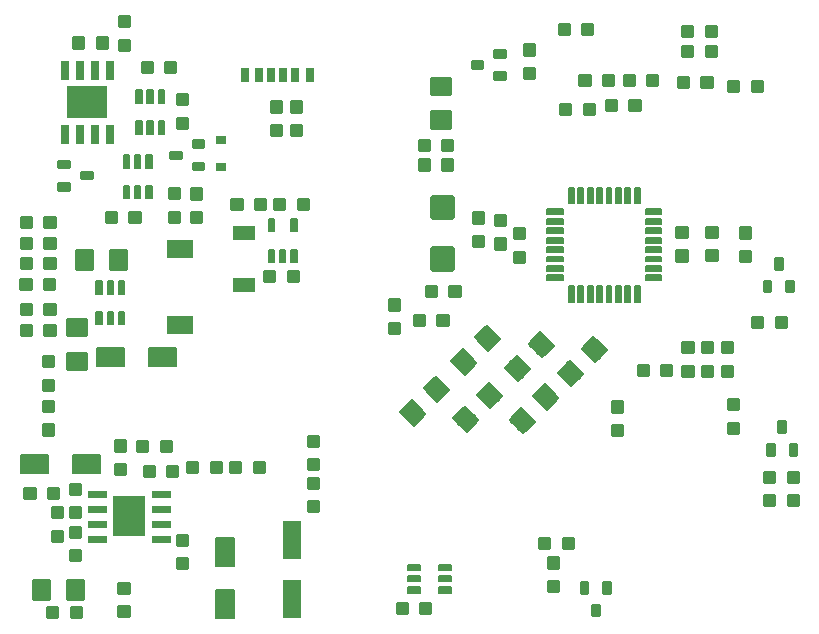
<source format=gbr>
G04 EAGLE Gerber RS-274X export*
G75*
%MOMM*%
%FSLAX34Y34*%
%LPD*%
%INSolderpaste Top*%
%IPPOS*%
%AMOC8*
5,1,8,0,0,1.08239X$1,22.5*%
G01*
%ADD10C,0.330000*%
%ADD11C,0.320000*%
%ADD12C,0.170000*%
%ADD13C,0.416000*%
%ADD14R,0.900000X0.800000*%
%ADD15R,1.900000X1.200000*%
%ADD16R,3.400000X2.710000*%
%ADD17C,0.030000*%
%ADD18C,0.150000*%
%ADD19R,2.710000X3.400000*%
%ADD20R,2.200000X1.600000*%
%ADD21R,0.700000X1.200000*%
%ADD22R,0.760000X1.200000*%
%ADD23R,0.800000X1.200000*%
%ADD24R,1.600000X3.200000*%
%ADD25C,0.137500*%
%ADD26C,0.532500*%


D10*
X32314Y315774D02*
X40014Y315774D01*
X40014Y308074D01*
X32314Y308074D01*
X32314Y315774D01*
X32314Y311209D02*
X40014Y311209D01*
X40014Y314344D02*
X32314Y314344D01*
X20014Y315774D02*
X12314Y315774D01*
X20014Y315774D02*
X20014Y308074D01*
X12314Y308074D01*
X12314Y315774D01*
X12314Y311209D02*
X20014Y311209D01*
X20014Y314344D02*
X12314Y314344D01*
X76804Y502368D02*
X84504Y502368D01*
X84504Y494668D01*
X76804Y494668D01*
X76804Y502368D01*
X76804Y497803D02*
X84504Y497803D01*
X84504Y500938D02*
X76804Y500938D01*
X64504Y502368D02*
X56804Y502368D01*
X64504Y502368D02*
X64504Y494668D01*
X56804Y494668D01*
X56804Y502368D01*
X56804Y497803D02*
X64504Y497803D01*
X64504Y500938D02*
X56804Y500938D01*
X134726Y481332D02*
X142426Y481332D01*
X142426Y473632D01*
X134726Y473632D01*
X134726Y481332D01*
X134726Y476767D02*
X142426Y476767D01*
X142426Y479902D02*
X134726Y479902D01*
X122426Y481332D02*
X114726Y481332D01*
X122426Y481332D02*
X122426Y473632D01*
X114726Y473632D01*
X114726Y481332D01*
X114726Y476767D02*
X122426Y476767D01*
X122426Y479902D02*
X114726Y479902D01*
X145566Y354622D02*
X145566Y346922D01*
X137866Y346922D01*
X137866Y354622D01*
X145566Y354622D01*
X145566Y350057D02*
X137866Y350057D01*
X137866Y353192D02*
X145566Y353192D01*
X145566Y366922D02*
X145566Y374622D01*
X145566Y366922D02*
X137866Y366922D01*
X137866Y374622D01*
X145566Y374622D01*
X145566Y370057D02*
X137866Y370057D01*
X137866Y373192D02*
X145566Y373192D01*
X152186Y61414D02*
X152186Y53714D01*
X144486Y53714D01*
X144486Y61414D01*
X152186Y61414D01*
X152186Y56849D02*
X144486Y56849D01*
X144486Y59984D02*
X152186Y59984D01*
X152186Y73714D02*
X152186Y81414D01*
X152186Y73714D02*
X144486Y73714D01*
X144486Y81414D01*
X152186Y81414D01*
X152186Y76849D02*
X144486Y76849D01*
X144486Y79984D02*
X152186Y79984D01*
D11*
X100376Y307291D02*
X87576Y307291D01*
X87576Y322121D01*
X100376Y322121D01*
X100376Y307291D01*
X100376Y310331D02*
X87576Y310331D01*
X87576Y313371D02*
X100376Y313371D01*
X100376Y316411D02*
X87576Y316411D01*
X87576Y319451D02*
X100376Y319451D01*
X71936Y307291D02*
X59136Y307291D01*
X59136Y322121D01*
X71936Y322121D01*
X71936Y307291D01*
X71936Y310331D02*
X59136Y310331D01*
X59136Y313371D02*
X71936Y313371D01*
X71936Y316411D02*
X59136Y316411D01*
X59136Y319451D02*
X71936Y319451D01*
D10*
X54062Y124594D02*
X54062Y116894D01*
X54062Y124594D02*
X61762Y124594D01*
X61762Y116894D01*
X54062Y116894D01*
X54062Y120029D02*
X61762Y120029D01*
X61762Y123164D02*
X54062Y123164D01*
X54062Y104594D02*
X54062Y96894D01*
X54062Y104594D02*
X61762Y104594D01*
X61762Y96894D01*
X54062Y96894D01*
X54062Y100029D02*
X61762Y100029D01*
X61762Y103164D02*
X54062Y103164D01*
X238306Y304332D02*
X246006Y304332D01*
X246006Y296632D01*
X238306Y296632D01*
X238306Y304332D01*
X238306Y299767D02*
X246006Y299767D01*
X246006Y302902D02*
X238306Y302902D01*
X226006Y304332D02*
X218306Y304332D01*
X226006Y304332D02*
X226006Y296632D01*
X218306Y296632D01*
X218306Y304332D01*
X218306Y299767D02*
X226006Y299767D01*
X226006Y302902D02*
X218306Y302902D01*
X218320Y365292D02*
X210620Y365292D01*
X218320Y365292D02*
X218320Y357592D01*
X210620Y357592D01*
X210620Y365292D01*
X210620Y360727D02*
X218320Y360727D01*
X218320Y363862D02*
X210620Y363862D01*
X198320Y365292D02*
X190620Y365292D01*
X198320Y365292D02*
X198320Y357592D01*
X190620Y357592D01*
X190620Y365292D01*
X190620Y360727D02*
X198320Y360727D01*
X198320Y363862D02*
X190620Y363862D01*
X226942Y357592D02*
X234642Y357592D01*
X226942Y357592D02*
X226942Y365292D01*
X234642Y365292D01*
X234642Y357592D01*
X234642Y360727D02*
X226942Y360727D01*
X226942Y363862D02*
X234642Y363862D01*
X246942Y357592D02*
X254642Y357592D01*
X246942Y357592D02*
X246942Y365292D01*
X254642Y365292D01*
X254642Y357592D01*
X254642Y360727D02*
X246942Y360727D01*
X246942Y363862D02*
X254642Y363862D01*
D11*
X51513Y235258D02*
X51513Y222458D01*
X51513Y235258D02*
X66343Y235258D01*
X66343Y222458D01*
X51513Y222458D01*
X51513Y225498D02*
X66343Y225498D01*
X66343Y228538D02*
X51513Y228538D01*
X51513Y231578D02*
X66343Y231578D01*
X66343Y234618D02*
X51513Y234618D01*
X51513Y250898D02*
X51513Y263698D01*
X66343Y263698D01*
X66343Y250898D01*
X51513Y250898D01*
X51513Y253938D02*
X66343Y253938D01*
X66343Y256978D02*
X51513Y256978D01*
X51513Y260018D02*
X66343Y260018D01*
X66343Y263058D02*
X51513Y263058D01*
D12*
X75774Y225268D02*
X99074Y225268D01*
X75774Y225268D02*
X75774Y240568D01*
X99074Y240568D01*
X99074Y225268D01*
X99074Y226883D02*
X75774Y226883D01*
X75774Y228498D02*
X99074Y228498D01*
X99074Y230113D02*
X75774Y230113D01*
X75774Y231728D02*
X99074Y231728D01*
X99074Y233343D02*
X75774Y233343D01*
X75774Y234958D02*
X99074Y234958D01*
X99074Y236573D02*
X75774Y236573D01*
X75774Y238188D02*
X99074Y238188D01*
X99074Y239803D02*
X75774Y239803D01*
X119874Y225268D02*
X143174Y225268D01*
X119874Y225268D02*
X119874Y240568D01*
X143174Y240568D01*
X143174Y225268D01*
X143174Y226883D02*
X119874Y226883D01*
X119874Y228498D02*
X143174Y228498D01*
X143174Y230113D02*
X119874Y230113D01*
X119874Y231728D02*
X143174Y231728D01*
X143174Y233343D02*
X119874Y233343D01*
X119874Y234958D02*
X143174Y234958D01*
X143174Y236573D02*
X119874Y236573D01*
X119874Y238188D02*
X143174Y238188D01*
X143174Y239803D02*
X119874Y239803D01*
D13*
X51316Y398102D02*
X44176Y398102D01*
X51316Y398102D02*
X51316Y394262D01*
X44176Y394262D01*
X44176Y398102D01*
X44176Y379102D02*
X51316Y379102D01*
X51316Y375262D01*
X44176Y375262D01*
X44176Y379102D01*
X63376Y384762D02*
X70516Y384762D01*
X63376Y384762D02*
X63376Y388602D01*
X70516Y388602D01*
X70516Y384762D01*
D12*
X176754Y79166D02*
X176754Y55866D01*
X176754Y79166D02*
X192054Y79166D01*
X192054Y55866D01*
X176754Y55866D01*
X176754Y57481D02*
X192054Y57481D01*
X192054Y59096D02*
X176754Y59096D01*
X176754Y60711D02*
X192054Y60711D01*
X192054Y62326D02*
X176754Y62326D01*
X176754Y63941D02*
X192054Y63941D01*
X192054Y65556D02*
X176754Y65556D01*
X176754Y67171D02*
X192054Y67171D01*
X192054Y68786D02*
X176754Y68786D01*
X176754Y70401D02*
X192054Y70401D01*
X192054Y72016D02*
X176754Y72016D01*
X176754Y73631D02*
X192054Y73631D01*
X192054Y75246D02*
X176754Y75246D01*
X176754Y76861D02*
X192054Y76861D01*
X192054Y78476D02*
X176754Y78476D01*
X176754Y35066D02*
X176754Y11766D01*
X176754Y35066D02*
X192054Y35066D01*
X192054Y11766D01*
X176754Y11766D01*
X176754Y13381D02*
X192054Y13381D01*
X192054Y14996D02*
X176754Y14996D01*
X176754Y16611D02*
X192054Y16611D01*
X192054Y18226D02*
X176754Y18226D01*
X176754Y19841D02*
X192054Y19841D01*
X192054Y21456D02*
X176754Y21456D01*
X176754Y23071D02*
X192054Y23071D01*
X192054Y24686D02*
X176754Y24686D01*
X176754Y26301D02*
X192054Y26301D01*
X192054Y27916D02*
X176754Y27916D01*
X176754Y29531D02*
X192054Y29531D01*
X192054Y31146D02*
X176754Y31146D01*
X176754Y32761D02*
X192054Y32761D01*
X192054Y34376D02*
X176754Y34376D01*
D14*
X181182Y416464D03*
X181182Y393464D03*
D15*
X200060Y293330D03*
X200060Y337330D03*
D16*
X67384Y448696D03*
D17*
X51184Y429296D02*
X51184Y414096D01*
X45484Y414096D01*
X45484Y429296D01*
X51184Y429296D01*
X51184Y414381D02*
X45484Y414381D01*
X45484Y414666D02*
X51184Y414666D01*
X51184Y414951D02*
X45484Y414951D01*
X45484Y415236D02*
X51184Y415236D01*
X51184Y415521D02*
X45484Y415521D01*
X45484Y415806D02*
X51184Y415806D01*
X51184Y416091D02*
X45484Y416091D01*
X45484Y416376D02*
X51184Y416376D01*
X51184Y416661D02*
X45484Y416661D01*
X45484Y416946D02*
X51184Y416946D01*
X51184Y417231D02*
X45484Y417231D01*
X45484Y417516D02*
X51184Y417516D01*
X51184Y417801D02*
X45484Y417801D01*
X45484Y418086D02*
X51184Y418086D01*
X51184Y418371D02*
X45484Y418371D01*
X45484Y418656D02*
X51184Y418656D01*
X51184Y418941D02*
X45484Y418941D01*
X45484Y419226D02*
X51184Y419226D01*
X51184Y419511D02*
X45484Y419511D01*
X45484Y419796D02*
X51184Y419796D01*
X51184Y420081D02*
X45484Y420081D01*
X45484Y420366D02*
X51184Y420366D01*
X51184Y420651D02*
X45484Y420651D01*
X45484Y420936D02*
X51184Y420936D01*
X51184Y421221D02*
X45484Y421221D01*
X45484Y421506D02*
X51184Y421506D01*
X51184Y421791D02*
X45484Y421791D01*
X45484Y422076D02*
X51184Y422076D01*
X51184Y422361D02*
X45484Y422361D01*
X45484Y422646D02*
X51184Y422646D01*
X51184Y422931D02*
X45484Y422931D01*
X45484Y423216D02*
X51184Y423216D01*
X51184Y423501D02*
X45484Y423501D01*
X45484Y423786D02*
X51184Y423786D01*
X51184Y424071D02*
X45484Y424071D01*
X45484Y424356D02*
X51184Y424356D01*
X51184Y424641D02*
X45484Y424641D01*
X45484Y424926D02*
X51184Y424926D01*
X51184Y425211D02*
X45484Y425211D01*
X45484Y425496D02*
X51184Y425496D01*
X51184Y425781D02*
X45484Y425781D01*
X45484Y426066D02*
X51184Y426066D01*
X51184Y426351D02*
X45484Y426351D01*
X45484Y426636D02*
X51184Y426636D01*
X51184Y426921D02*
X45484Y426921D01*
X45484Y427206D02*
X51184Y427206D01*
X51184Y427491D02*
X45484Y427491D01*
X45484Y427776D02*
X51184Y427776D01*
X51184Y428061D02*
X45484Y428061D01*
X45484Y428346D02*
X51184Y428346D01*
X51184Y428631D02*
X45484Y428631D01*
X45484Y428916D02*
X51184Y428916D01*
X51184Y429201D02*
X45484Y429201D01*
X63884Y429296D02*
X63884Y414096D01*
X58184Y414096D01*
X58184Y429296D01*
X63884Y429296D01*
X63884Y414381D02*
X58184Y414381D01*
X58184Y414666D02*
X63884Y414666D01*
X63884Y414951D02*
X58184Y414951D01*
X58184Y415236D02*
X63884Y415236D01*
X63884Y415521D02*
X58184Y415521D01*
X58184Y415806D02*
X63884Y415806D01*
X63884Y416091D02*
X58184Y416091D01*
X58184Y416376D02*
X63884Y416376D01*
X63884Y416661D02*
X58184Y416661D01*
X58184Y416946D02*
X63884Y416946D01*
X63884Y417231D02*
X58184Y417231D01*
X58184Y417516D02*
X63884Y417516D01*
X63884Y417801D02*
X58184Y417801D01*
X58184Y418086D02*
X63884Y418086D01*
X63884Y418371D02*
X58184Y418371D01*
X58184Y418656D02*
X63884Y418656D01*
X63884Y418941D02*
X58184Y418941D01*
X58184Y419226D02*
X63884Y419226D01*
X63884Y419511D02*
X58184Y419511D01*
X58184Y419796D02*
X63884Y419796D01*
X63884Y420081D02*
X58184Y420081D01*
X58184Y420366D02*
X63884Y420366D01*
X63884Y420651D02*
X58184Y420651D01*
X58184Y420936D02*
X63884Y420936D01*
X63884Y421221D02*
X58184Y421221D01*
X58184Y421506D02*
X63884Y421506D01*
X63884Y421791D02*
X58184Y421791D01*
X58184Y422076D02*
X63884Y422076D01*
X63884Y422361D02*
X58184Y422361D01*
X58184Y422646D02*
X63884Y422646D01*
X63884Y422931D02*
X58184Y422931D01*
X58184Y423216D02*
X63884Y423216D01*
X63884Y423501D02*
X58184Y423501D01*
X58184Y423786D02*
X63884Y423786D01*
X63884Y424071D02*
X58184Y424071D01*
X58184Y424356D02*
X63884Y424356D01*
X63884Y424641D02*
X58184Y424641D01*
X58184Y424926D02*
X63884Y424926D01*
X63884Y425211D02*
X58184Y425211D01*
X58184Y425496D02*
X63884Y425496D01*
X63884Y425781D02*
X58184Y425781D01*
X58184Y426066D02*
X63884Y426066D01*
X63884Y426351D02*
X58184Y426351D01*
X58184Y426636D02*
X63884Y426636D01*
X63884Y426921D02*
X58184Y426921D01*
X58184Y427206D02*
X63884Y427206D01*
X63884Y427491D02*
X58184Y427491D01*
X58184Y427776D02*
X63884Y427776D01*
X63884Y428061D02*
X58184Y428061D01*
X58184Y428346D02*
X63884Y428346D01*
X63884Y428631D02*
X58184Y428631D01*
X58184Y428916D02*
X63884Y428916D01*
X63884Y429201D02*
X58184Y429201D01*
X76584Y429296D02*
X76584Y414096D01*
X70884Y414096D01*
X70884Y429296D01*
X76584Y429296D01*
X76584Y414381D02*
X70884Y414381D01*
X70884Y414666D02*
X76584Y414666D01*
X76584Y414951D02*
X70884Y414951D01*
X70884Y415236D02*
X76584Y415236D01*
X76584Y415521D02*
X70884Y415521D01*
X70884Y415806D02*
X76584Y415806D01*
X76584Y416091D02*
X70884Y416091D01*
X70884Y416376D02*
X76584Y416376D01*
X76584Y416661D02*
X70884Y416661D01*
X70884Y416946D02*
X76584Y416946D01*
X76584Y417231D02*
X70884Y417231D01*
X70884Y417516D02*
X76584Y417516D01*
X76584Y417801D02*
X70884Y417801D01*
X70884Y418086D02*
X76584Y418086D01*
X76584Y418371D02*
X70884Y418371D01*
X70884Y418656D02*
X76584Y418656D01*
X76584Y418941D02*
X70884Y418941D01*
X70884Y419226D02*
X76584Y419226D01*
X76584Y419511D02*
X70884Y419511D01*
X70884Y419796D02*
X76584Y419796D01*
X76584Y420081D02*
X70884Y420081D01*
X70884Y420366D02*
X76584Y420366D01*
X76584Y420651D02*
X70884Y420651D01*
X70884Y420936D02*
X76584Y420936D01*
X76584Y421221D02*
X70884Y421221D01*
X70884Y421506D02*
X76584Y421506D01*
X76584Y421791D02*
X70884Y421791D01*
X70884Y422076D02*
X76584Y422076D01*
X76584Y422361D02*
X70884Y422361D01*
X70884Y422646D02*
X76584Y422646D01*
X76584Y422931D02*
X70884Y422931D01*
X70884Y423216D02*
X76584Y423216D01*
X76584Y423501D02*
X70884Y423501D01*
X70884Y423786D02*
X76584Y423786D01*
X76584Y424071D02*
X70884Y424071D01*
X70884Y424356D02*
X76584Y424356D01*
X76584Y424641D02*
X70884Y424641D01*
X70884Y424926D02*
X76584Y424926D01*
X76584Y425211D02*
X70884Y425211D01*
X70884Y425496D02*
X76584Y425496D01*
X76584Y425781D02*
X70884Y425781D01*
X70884Y426066D02*
X76584Y426066D01*
X76584Y426351D02*
X70884Y426351D01*
X70884Y426636D02*
X76584Y426636D01*
X76584Y426921D02*
X70884Y426921D01*
X70884Y427206D02*
X76584Y427206D01*
X76584Y427491D02*
X70884Y427491D01*
X70884Y427776D02*
X76584Y427776D01*
X76584Y428061D02*
X70884Y428061D01*
X70884Y428346D02*
X76584Y428346D01*
X76584Y428631D02*
X70884Y428631D01*
X70884Y428916D02*
X76584Y428916D01*
X76584Y429201D02*
X70884Y429201D01*
X89284Y429296D02*
X89284Y414096D01*
X83584Y414096D01*
X83584Y429296D01*
X89284Y429296D01*
X89284Y414381D02*
X83584Y414381D01*
X83584Y414666D02*
X89284Y414666D01*
X89284Y414951D02*
X83584Y414951D01*
X83584Y415236D02*
X89284Y415236D01*
X89284Y415521D02*
X83584Y415521D01*
X83584Y415806D02*
X89284Y415806D01*
X89284Y416091D02*
X83584Y416091D01*
X83584Y416376D02*
X89284Y416376D01*
X89284Y416661D02*
X83584Y416661D01*
X83584Y416946D02*
X89284Y416946D01*
X89284Y417231D02*
X83584Y417231D01*
X83584Y417516D02*
X89284Y417516D01*
X89284Y417801D02*
X83584Y417801D01*
X83584Y418086D02*
X89284Y418086D01*
X89284Y418371D02*
X83584Y418371D01*
X83584Y418656D02*
X89284Y418656D01*
X89284Y418941D02*
X83584Y418941D01*
X83584Y419226D02*
X89284Y419226D01*
X89284Y419511D02*
X83584Y419511D01*
X83584Y419796D02*
X89284Y419796D01*
X89284Y420081D02*
X83584Y420081D01*
X83584Y420366D02*
X89284Y420366D01*
X89284Y420651D02*
X83584Y420651D01*
X83584Y420936D02*
X89284Y420936D01*
X89284Y421221D02*
X83584Y421221D01*
X83584Y421506D02*
X89284Y421506D01*
X89284Y421791D02*
X83584Y421791D01*
X83584Y422076D02*
X89284Y422076D01*
X89284Y422361D02*
X83584Y422361D01*
X83584Y422646D02*
X89284Y422646D01*
X89284Y422931D02*
X83584Y422931D01*
X83584Y423216D02*
X89284Y423216D01*
X89284Y423501D02*
X83584Y423501D01*
X83584Y423786D02*
X89284Y423786D01*
X89284Y424071D02*
X83584Y424071D01*
X83584Y424356D02*
X89284Y424356D01*
X89284Y424641D02*
X83584Y424641D01*
X83584Y424926D02*
X89284Y424926D01*
X89284Y425211D02*
X83584Y425211D01*
X83584Y425496D02*
X89284Y425496D01*
X89284Y425781D02*
X83584Y425781D01*
X83584Y426066D02*
X89284Y426066D01*
X89284Y426351D02*
X83584Y426351D01*
X83584Y426636D02*
X89284Y426636D01*
X89284Y426921D02*
X83584Y426921D01*
X83584Y427206D02*
X89284Y427206D01*
X89284Y427491D02*
X83584Y427491D01*
X83584Y427776D02*
X89284Y427776D01*
X89284Y428061D02*
X83584Y428061D01*
X83584Y428346D02*
X89284Y428346D01*
X89284Y428631D02*
X83584Y428631D01*
X83584Y428916D02*
X89284Y428916D01*
X89284Y429201D02*
X83584Y429201D01*
X89284Y468096D02*
X89284Y483296D01*
X89284Y468096D02*
X83584Y468096D01*
X83584Y483296D01*
X89284Y483296D01*
X89284Y468381D02*
X83584Y468381D01*
X83584Y468666D02*
X89284Y468666D01*
X89284Y468951D02*
X83584Y468951D01*
X83584Y469236D02*
X89284Y469236D01*
X89284Y469521D02*
X83584Y469521D01*
X83584Y469806D02*
X89284Y469806D01*
X89284Y470091D02*
X83584Y470091D01*
X83584Y470376D02*
X89284Y470376D01*
X89284Y470661D02*
X83584Y470661D01*
X83584Y470946D02*
X89284Y470946D01*
X89284Y471231D02*
X83584Y471231D01*
X83584Y471516D02*
X89284Y471516D01*
X89284Y471801D02*
X83584Y471801D01*
X83584Y472086D02*
X89284Y472086D01*
X89284Y472371D02*
X83584Y472371D01*
X83584Y472656D02*
X89284Y472656D01*
X89284Y472941D02*
X83584Y472941D01*
X83584Y473226D02*
X89284Y473226D01*
X89284Y473511D02*
X83584Y473511D01*
X83584Y473796D02*
X89284Y473796D01*
X89284Y474081D02*
X83584Y474081D01*
X83584Y474366D02*
X89284Y474366D01*
X89284Y474651D02*
X83584Y474651D01*
X83584Y474936D02*
X89284Y474936D01*
X89284Y475221D02*
X83584Y475221D01*
X83584Y475506D02*
X89284Y475506D01*
X89284Y475791D02*
X83584Y475791D01*
X83584Y476076D02*
X89284Y476076D01*
X89284Y476361D02*
X83584Y476361D01*
X83584Y476646D02*
X89284Y476646D01*
X89284Y476931D02*
X83584Y476931D01*
X83584Y477216D02*
X89284Y477216D01*
X89284Y477501D02*
X83584Y477501D01*
X83584Y477786D02*
X89284Y477786D01*
X89284Y478071D02*
X83584Y478071D01*
X83584Y478356D02*
X89284Y478356D01*
X89284Y478641D02*
X83584Y478641D01*
X83584Y478926D02*
X89284Y478926D01*
X89284Y479211D02*
X83584Y479211D01*
X83584Y479496D02*
X89284Y479496D01*
X89284Y479781D02*
X83584Y479781D01*
X83584Y480066D02*
X89284Y480066D01*
X89284Y480351D02*
X83584Y480351D01*
X83584Y480636D02*
X89284Y480636D01*
X89284Y480921D02*
X83584Y480921D01*
X83584Y481206D02*
X89284Y481206D01*
X89284Y481491D02*
X83584Y481491D01*
X83584Y481776D02*
X89284Y481776D01*
X89284Y482061D02*
X83584Y482061D01*
X83584Y482346D02*
X89284Y482346D01*
X89284Y482631D02*
X83584Y482631D01*
X83584Y482916D02*
X89284Y482916D01*
X89284Y483201D02*
X83584Y483201D01*
X76584Y483296D02*
X76584Y468096D01*
X70884Y468096D01*
X70884Y483296D01*
X76584Y483296D01*
X76584Y468381D02*
X70884Y468381D01*
X70884Y468666D02*
X76584Y468666D01*
X76584Y468951D02*
X70884Y468951D01*
X70884Y469236D02*
X76584Y469236D01*
X76584Y469521D02*
X70884Y469521D01*
X70884Y469806D02*
X76584Y469806D01*
X76584Y470091D02*
X70884Y470091D01*
X70884Y470376D02*
X76584Y470376D01*
X76584Y470661D02*
X70884Y470661D01*
X70884Y470946D02*
X76584Y470946D01*
X76584Y471231D02*
X70884Y471231D01*
X70884Y471516D02*
X76584Y471516D01*
X76584Y471801D02*
X70884Y471801D01*
X70884Y472086D02*
X76584Y472086D01*
X76584Y472371D02*
X70884Y472371D01*
X70884Y472656D02*
X76584Y472656D01*
X76584Y472941D02*
X70884Y472941D01*
X70884Y473226D02*
X76584Y473226D01*
X76584Y473511D02*
X70884Y473511D01*
X70884Y473796D02*
X76584Y473796D01*
X76584Y474081D02*
X70884Y474081D01*
X70884Y474366D02*
X76584Y474366D01*
X76584Y474651D02*
X70884Y474651D01*
X70884Y474936D02*
X76584Y474936D01*
X76584Y475221D02*
X70884Y475221D01*
X70884Y475506D02*
X76584Y475506D01*
X76584Y475791D02*
X70884Y475791D01*
X70884Y476076D02*
X76584Y476076D01*
X76584Y476361D02*
X70884Y476361D01*
X70884Y476646D02*
X76584Y476646D01*
X76584Y476931D02*
X70884Y476931D01*
X70884Y477216D02*
X76584Y477216D01*
X76584Y477501D02*
X70884Y477501D01*
X70884Y477786D02*
X76584Y477786D01*
X76584Y478071D02*
X70884Y478071D01*
X70884Y478356D02*
X76584Y478356D01*
X76584Y478641D02*
X70884Y478641D01*
X70884Y478926D02*
X76584Y478926D01*
X76584Y479211D02*
X70884Y479211D01*
X70884Y479496D02*
X76584Y479496D01*
X76584Y479781D02*
X70884Y479781D01*
X70884Y480066D02*
X76584Y480066D01*
X76584Y480351D02*
X70884Y480351D01*
X70884Y480636D02*
X76584Y480636D01*
X76584Y480921D02*
X70884Y480921D01*
X70884Y481206D02*
X76584Y481206D01*
X76584Y481491D02*
X70884Y481491D01*
X70884Y481776D02*
X76584Y481776D01*
X76584Y482061D02*
X70884Y482061D01*
X70884Y482346D02*
X76584Y482346D01*
X76584Y482631D02*
X70884Y482631D01*
X70884Y482916D02*
X76584Y482916D01*
X76584Y483201D02*
X70884Y483201D01*
X63884Y483296D02*
X63884Y468096D01*
X58184Y468096D01*
X58184Y483296D01*
X63884Y483296D01*
X63884Y468381D02*
X58184Y468381D01*
X58184Y468666D02*
X63884Y468666D01*
X63884Y468951D02*
X58184Y468951D01*
X58184Y469236D02*
X63884Y469236D01*
X63884Y469521D02*
X58184Y469521D01*
X58184Y469806D02*
X63884Y469806D01*
X63884Y470091D02*
X58184Y470091D01*
X58184Y470376D02*
X63884Y470376D01*
X63884Y470661D02*
X58184Y470661D01*
X58184Y470946D02*
X63884Y470946D01*
X63884Y471231D02*
X58184Y471231D01*
X58184Y471516D02*
X63884Y471516D01*
X63884Y471801D02*
X58184Y471801D01*
X58184Y472086D02*
X63884Y472086D01*
X63884Y472371D02*
X58184Y472371D01*
X58184Y472656D02*
X63884Y472656D01*
X63884Y472941D02*
X58184Y472941D01*
X58184Y473226D02*
X63884Y473226D01*
X63884Y473511D02*
X58184Y473511D01*
X58184Y473796D02*
X63884Y473796D01*
X63884Y474081D02*
X58184Y474081D01*
X58184Y474366D02*
X63884Y474366D01*
X63884Y474651D02*
X58184Y474651D01*
X58184Y474936D02*
X63884Y474936D01*
X63884Y475221D02*
X58184Y475221D01*
X58184Y475506D02*
X63884Y475506D01*
X63884Y475791D02*
X58184Y475791D01*
X58184Y476076D02*
X63884Y476076D01*
X63884Y476361D02*
X58184Y476361D01*
X58184Y476646D02*
X63884Y476646D01*
X63884Y476931D02*
X58184Y476931D01*
X58184Y477216D02*
X63884Y477216D01*
X63884Y477501D02*
X58184Y477501D01*
X58184Y477786D02*
X63884Y477786D01*
X63884Y478071D02*
X58184Y478071D01*
X58184Y478356D02*
X63884Y478356D01*
X63884Y478641D02*
X58184Y478641D01*
X58184Y478926D02*
X63884Y478926D01*
X63884Y479211D02*
X58184Y479211D01*
X58184Y479496D02*
X63884Y479496D01*
X63884Y479781D02*
X58184Y479781D01*
X58184Y480066D02*
X63884Y480066D01*
X63884Y480351D02*
X58184Y480351D01*
X58184Y480636D02*
X63884Y480636D01*
X63884Y480921D02*
X58184Y480921D01*
X58184Y481206D02*
X63884Y481206D01*
X63884Y481491D02*
X58184Y481491D01*
X58184Y481776D02*
X63884Y481776D01*
X63884Y482061D02*
X58184Y482061D01*
X58184Y482346D02*
X63884Y482346D01*
X63884Y482631D02*
X58184Y482631D01*
X58184Y482916D02*
X63884Y482916D01*
X63884Y483201D02*
X58184Y483201D01*
X51184Y483296D02*
X51184Y468096D01*
X45484Y468096D01*
X45484Y483296D01*
X51184Y483296D01*
X51184Y468381D02*
X45484Y468381D01*
X45484Y468666D02*
X51184Y468666D01*
X51184Y468951D02*
X45484Y468951D01*
X45484Y469236D02*
X51184Y469236D01*
X51184Y469521D02*
X45484Y469521D01*
X45484Y469806D02*
X51184Y469806D01*
X51184Y470091D02*
X45484Y470091D01*
X45484Y470376D02*
X51184Y470376D01*
X51184Y470661D02*
X45484Y470661D01*
X45484Y470946D02*
X51184Y470946D01*
X51184Y471231D02*
X45484Y471231D01*
X45484Y471516D02*
X51184Y471516D01*
X51184Y471801D02*
X45484Y471801D01*
X45484Y472086D02*
X51184Y472086D01*
X51184Y472371D02*
X45484Y472371D01*
X45484Y472656D02*
X51184Y472656D01*
X51184Y472941D02*
X45484Y472941D01*
X45484Y473226D02*
X51184Y473226D01*
X51184Y473511D02*
X45484Y473511D01*
X45484Y473796D02*
X51184Y473796D01*
X51184Y474081D02*
X45484Y474081D01*
X45484Y474366D02*
X51184Y474366D01*
X51184Y474651D02*
X45484Y474651D01*
X45484Y474936D02*
X51184Y474936D01*
X51184Y475221D02*
X45484Y475221D01*
X45484Y475506D02*
X51184Y475506D01*
X51184Y475791D02*
X45484Y475791D01*
X45484Y476076D02*
X51184Y476076D01*
X51184Y476361D02*
X45484Y476361D01*
X45484Y476646D02*
X51184Y476646D01*
X51184Y476931D02*
X45484Y476931D01*
X45484Y477216D02*
X51184Y477216D01*
X51184Y477501D02*
X45484Y477501D01*
X45484Y477786D02*
X51184Y477786D01*
X51184Y478071D02*
X45484Y478071D01*
X45484Y478356D02*
X51184Y478356D01*
X51184Y478641D02*
X45484Y478641D01*
X45484Y478926D02*
X51184Y478926D01*
X51184Y479211D02*
X45484Y479211D01*
X45484Y479496D02*
X51184Y479496D01*
X51184Y479781D02*
X45484Y479781D01*
X45484Y480066D02*
X51184Y480066D01*
X51184Y480351D02*
X45484Y480351D01*
X45484Y480636D02*
X51184Y480636D01*
X51184Y480921D02*
X45484Y480921D01*
X45484Y481206D02*
X51184Y481206D01*
X51184Y481491D02*
X45484Y481491D01*
X45484Y481776D02*
X51184Y481776D01*
X51184Y482061D02*
X45484Y482061D01*
X45484Y482346D02*
X51184Y482346D01*
X51184Y482631D02*
X45484Y482631D01*
X45484Y482916D02*
X51184Y482916D01*
X51184Y483201D02*
X45484Y483201D01*
D18*
X117630Y403406D02*
X117630Y392906D01*
X117630Y403406D02*
X122130Y403406D01*
X122130Y392906D01*
X117630Y392906D01*
X117630Y394331D02*
X122130Y394331D01*
X122130Y395756D02*
X117630Y395756D01*
X117630Y397181D02*
X122130Y397181D01*
X122130Y398606D02*
X117630Y398606D01*
X117630Y400031D02*
X122130Y400031D01*
X122130Y401456D02*
X117630Y401456D01*
X117630Y402881D02*
X122130Y402881D01*
X108130Y403406D02*
X108130Y392906D01*
X108130Y403406D02*
X112630Y403406D01*
X112630Y392906D01*
X108130Y392906D01*
X108130Y394331D02*
X112630Y394331D01*
X112630Y395756D02*
X108130Y395756D01*
X108130Y397181D02*
X112630Y397181D01*
X112630Y398606D02*
X108130Y398606D01*
X108130Y400031D02*
X112630Y400031D01*
X112630Y401456D02*
X108130Y401456D01*
X108130Y402881D02*
X112630Y402881D01*
X98630Y403406D02*
X98630Y392906D01*
X98630Y403406D02*
X103130Y403406D01*
X103130Y392906D01*
X98630Y392906D01*
X98630Y394331D02*
X103130Y394331D01*
X103130Y395756D02*
X98630Y395756D01*
X98630Y397181D02*
X103130Y397181D01*
X103130Y398606D02*
X98630Y398606D01*
X98630Y400031D02*
X103130Y400031D01*
X103130Y401456D02*
X98630Y401456D01*
X98630Y402881D02*
X103130Y402881D01*
X98630Y377406D02*
X98630Y366906D01*
X98630Y377406D02*
X103130Y377406D01*
X103130Y366906D01*
X98630Y366906D01*
X98630Y368331D02*
X103130Y368331D01*
X103130Y369756D02*
X98630Y369756D01*
X98630Y371181D02*
X103130Y371181D01*
X103130Y372606D02*
X98630Y372606D01*
X98630Y374031D02*
X103130Y374031D01*
X103130Y375456D02*
X98630Y375456D01*
X98630Y376881D02*
X103130Y376881D01*
X108130Y377406D02*
X108130Y366906D01*
X108130Y377406D02*
X112630Y377406D01*
X112630Y366906D01*
X108130Y366906D01*
X108130Y368331D02*
X112630Y368331D01*
X112630Y369756D02*
X108130Y369756D01*
X108130Y371181D02*
X112630Y371181D01*
X112630Y372606D02*
X108130Y372606D01*
X108130Y374031D02*
X112630Y374031D01*
X112630Y375456D02*
X108130Y375456D01*
X108130Y376881D02*
X112630Y376881D01*
X117630Y377406D02*
X117630Y366906D01*
X117630Y377406D02*
X122130Y377406D01*
X122130Y366906D01*
X117630Y366906D01*
X117630Y368331D02*
X122130Y368331D01*
X122130Y369756D02*
X117630Y369756D01*
X117630Y371181D02*
X122130Y371181D01*
X122130Y372606D02*
X117630Y372606D01*
X117630Y374031D02*
X122130Y374031D01*
X122130Y375456D02*
X117630Y375456D01*
X117630Y376881D02*
X122130Y376881D01*
X79872Y270888D02*
X79872Y260388D01*
X75372Y260388D01*
X75372Y270888D01*
X79872Y270888D01*
X79872Y261813D02*
X75372Y261813D01*
X75372Y263238D02*
X79872Y263238D01*
X79872Y264663D02*
X75372Y264663D01*
X75372Y266088D02*
X79872Y266088D01*
X79872Y267513D02*
X75372Y267513D01*
X75372Y268938D02*
X79872Y268938D01*
X79872Y270363D02*
X75372Y270363D01*
X89372Y270888D02*
X89372Y260388D01*
X84872Y260388D01*
X84872Y270888D01*
X89372Y270888D01*
X89372Y261813D02*
X84872Y261813D01*
X84872Y263238D02*
X89372Y263238D01*
X89372Y264663D02*
X84872Y264663D01*
X84872Y266088D02*
X89372Y266088D01*
X89372Y267513D02*
X84872Y267513D01*
X84872Y268938D02*
X89372Y268938D01*
X89372Y270363D02*
X84872Y270363D01*
X98872Y270888D02*
X98872Y260388D01*
X94372Y260388D01*
X94372Y270888D01*
X98872Y270888D01*
X98872Y261813D02*
X94372Y261813D01*
X94372Y263238D02*
X98872Y263238D01*
X98872Y264663D02*
X94372Y264663D01*
X94372Y266088D02*
X98872Y266088D01*
X98872Y267513D02*
X94372Y267513D01*
X94372Y268938D02*
X98872Y268938D01*
X98872Y270363D02*
X94372Y270363D01*
X98872Y286388D02*
X98872Y296888D01*
X98872Y286388D02*
X94372Y286388D01*
X94372Y296888D01*
X98872Y296888D01*
X98872Y287813D02*
X94372Y287813D01*
X94372Y289238D02*
X98872Y289238D01*
X98872Y290663D02*
X94372Y290663D01*
X94372Y292088D02*
X98872Y292088D01*
X98872Y293513D02*
X94372Y293513D01*
X94372Y294938D02*
X98872Y294938D01*
X98872Y296363D02*
X94372Y296363D01*
X89372Y296888D02*
X89372Y286388D01*
X84872Y286388D01*
X84872Y296888D01*
X89372Y296888D01*
X89372Y287813D02*
X84872Y287813D01*
X84872Y289238D02*
X89372Y289238D01*
X89372Y290663D02*
X84872Y290663D01*
X84872Y292088D02*
X89372Y292088D01*
X89372Y293513D02*
X84872Y293513D01*
X84872Y294938D02*
X89372Y294938D01*
X89372Y296363D02*
X84872Y296363D01*
X79872Y296888D02*
X79872Y286388D01*
X75372Y286388D01*
X75372Y296888D01*
X79872Y296888D01*
X79872Y287813D02*
X75372Y287813D01*
X75372Y289238D02*
X79872Y289238D01*
X79872Y290663D02*
X75372Y290663D01*
X75372Y292088D02*
X79872Y292088D01*
X79872Y293513D02*
X75372Y293513D01*
X75372Y294938D02*
X79872Y294938D01*
X79872Y296363D02*
X75372Y296363D01*
D19*
X103048Y97698D03*
D17*
X83648Y113898D02*
X68448Y113898D01*
X68448Y119598D01*
X83648Y119598D01*
X83648Y113898D01*
X83648Y114183D02*
X68448Y114183D01*
X68448Y114468D02*
X83648Y114468D01*
X83648Y114753D02*
X68448Y114753D01*
X68448Y115038D02*
X83648Y115038D01*
X83648Y115323D02*
X68448Y115323D01*
X68448Y115608D02*
X83648Y115608D01*
X83648Y115893D02*
X68448Y115893D01*
X68448Y116178D02*
X83648Y116178D01*
X83648Y116463D02*
X68448Y116463D01*
X68448Y116748D02*
X83648Y116748D01*
X83648Y117033D02*
X68448Y117033D01*
X68448Y117318D02*
X83648Y117318D01*
X83648Y117603D02*
X68448Y117603D01*
X68448Y117888D02*
X83648Y117888D01*
X83648Y118173D02*
X68448Y118173D01*
X68448Y118458D02*
X83648Y118458D01*
X83648Y118743D02*
X68448Y118743D01*
X68448Y119028D02*
X83648Y119028D01*
X83648Y119313D02*
X68448Y119313D01*
X68448Y119598D02*
X83648Y119598D01*
X83648Y101198D02*
X68448Y101198D01*
X68448Y106898D01*
X83648Y106898D01*
X83648Y101198D01*
X83648Y101483D02*
X68448Y101483D01*
X68448Y101768D02*
X83648Y101768D01*
X83648Y102053D02*
X68448Y102053D01*
X68448Y102338D02*
X83648Y102338D01*
X83648Y102623D02*
X68448Y102623D01*
X68448Y102908D02*
X83648Y102908D01*
X83648Y103193D02*
X68448Y103193D01*
X68448Y103478D02*
X83648Y103478D01*
X83648Y103763D02*
X68448Y103763D01*
X68448Y104048D02*
X83648Y104048D01*
X83648Y104333D02*
X68448Y104333D01*
X68448Y104618D02*
X83648Y104618D01*
X83648Y104903D02*
X68448Y104903D01*
X68448Y105188D02*
X83648Y105188D01*
X83648Y105473D02*
X68448Y105473D01*
X68448Y105758D02*
X83648Y105758D01*
X83648Y106043D02*
X68448Y106043D01*
X68448Y106328D02*
X83648Y106328D01*
X83648Y106613D02*
X68448Y106613D01*
X68448Y106898D02*
X83648Y106898D01*
X83648Y88498D02*
X68448Y88498D01*
X68448Y94198D01*
X83648Y94198D01*
X83648Y88498D01*
X83648Y88783D02*
X68448Y88783D01*
X68448Y89068D02*
X83648Y89068D01*
X83648Y89353D02*
X68448Y89353D01*
X68448Y89638D02*
X83648Y89638D01*
X83648Y89923D02*
X68448Y89923D01*
X68448Y90208D02*
X83648Y90208D01*
X83648Y90493D02*
X68448Y90493D01*
X68448Y90778D02*
X83648Y90778D01*
X83648Y91063D02*
X68448Y91063D01*
X68448Y91348D02*
X83648Y91348D01*
X83648Y91633D02*
X68448Y91633D01*
X68448Y91918D02*
X83648Y91918D01*
X83648Y92203D02*
X68448Y92203D01*
X68448Y92488D02*
X83648Y92488D01*
X83648Y92773D02*
X68448Y92773D01*
X68448Y93058D02*
X83648Y93058D01*
X83648Y93343D02*
X68448Y93343D01*
X68448Y93628D02*
X83648Y93628D01*
X83648Y93913D02*
X68448Y93913D01*
X68448Y94198D02*
X83648Y94198D01*
X83648Y75798D02*
X68448Y75798D01*
X68448Y81498D01*
X83648Y81498D01*
X83648Y75798D01*
X83648Y76083D02*
X68448Y76083D01*
X68448Y76368D02*
X83648Y76368D01*
X83648Y76653D02*
X68448Y76653D01*
X68448Y76938D02*
X83648Y76938D01*
X83648Y77223D02*
X68448Y77223D01*
X68448Y77508D02*
X83648Y77508D01*
X83648Y77793D02*
X68448Y77793D01*
X68448Y78078D02*
X83648Y78078D01*
X83648Y78363D02*
X68448Y78363D01*
X68448Y78648D02*
X83648Y78648D01*
X83648Y78933D02*
X68448Y78933D01*
X68448Y79218D02*
X83648Y79218D01*
X83648Y79503D02*
X68448Y79503D01*
X68448Y79788D02*
X83648Y79788D01*
X83648Y80073D02*
X68448Y80073D01*
X68448Y80358D02*
X83648Y80358D01*
X83648Y80643D02*
X68448Y80643D01*
X68448Y80928D02*
X83648Y80928D01*
X83648Y81213D02*
X68448Y81213D01*
X68448Y81498D02*
X83648Y81498D01*
X122448Y75798D02*
X137648Y75798D01*
X122448Y75798D02*
X122448Y81498D01*
X137648Y81498D01*
X137648Y75798D01*
X137648Y76083D02*
X122448Y76083D01*
X122448Y76368D02*
X137648Y76368D01*
X137648Y76653D02*
X122448Y76653D01*
X122448Y76938D02*
X137648Y76938D01*
X137648Y77223D02*
X122448Y77223D01*
X122448Y77508D02*
X137648Y77508D01*
X137648Y77793D02*
X122448Y77793D01*
X122448Y78078D02*
X137648Y78078D01*
X137648Y78363D02*
X122448Y78363D01*
X122448Y78648D02*
X137648Y78648D01*
X137648Y78933D02*
X122448Y78933D01*
X122448Y79218D02*
X137648Y79218D01*
X137648Y79503D02*
X122448Y79503D01*
X122448Y79788D02*
X137648Y79788D01*
X137648Y80073D02*
X122448Y80073D01*
X122448Y80358D02*
X137648Y80358D01*
X137648Y80643D02*
X122448Y80643D01*
X122448Y80928D02*
X137648Y80928D01*
X137648Y81213D02*
X122448Y81213D01*
X122448Y81498D02*
X137648Y81498D01*
X137648Y88498D02*
X122448Y88498D01*
X122448Y94198D01*
X137648Y94198D01*
X137648Y88498D01*
X137648Y88783D02*
X122448Y88783D01*
X122448Y89068D02*
X137648Y89068D01*
X137648Y89353D02*
X122448Y89353D01*
X122448Y89638D02*
X137648Y89638D01*
X137648Y89923D02*
X122448Y89923D01*
X122448Y90208D02*
X137648Y90208D01*
X137648Y90493D02*
X122448Y90493D01*
X122448Y90778D02*
X137648Y90778D01*
X137648Y91063D02*
X122448Y91063D01*
X122448Y91348D02*
X137648Y91348D01*
X137648Y91633D02*
X122448Y91633D01*
X122448Y91918D02*
X137648Y91918D01*
X137648Y92203D02*
X122448Y92203D01*
X122448Y92488D02*
X137648Y92488D01*
X137648Y92773D02*
X122448Y92773D01*
X122448Y93058D02*
X137648Y93058D01*
X137648Y93343D02*
X122448Y93343D01*
X122448Y93628D02*
X137648Y93628D01*
X137648Y93913D02*
X122448Y93913D01*
X122448Y94198D02*
X137648Y94198D01*
X137648Y101198D02*
X122448Y101198D01*
X122448Y106898D01*
X137648Y106898D01*
X137648Y101198D01*
X137648Y101483D02*
X122448Y101483D01*
X122448Y101768D02*
X137648Y101768D01*
X137648Y102053D02*
X122448Y102053D01*
X122448Y102338D02*
X137648Y102338D01*
X137648Y102623D02*
X122448Y102623D01*
X122448Y102908D02*
X137648Y102908D01*
X137648Y103193D02*
X122448Y103193D01*
X122448Y103478D02*
X137648Y103478D01*
X137648Y103763D02*
X122448Y103763D01*
X122448Y104048D02*
X137648Y104048D01*
X137648Y104333D02*
X122448Y104333D01*
X122448Y104618D02*
X137648Y104618D01*
X137648Y104903D02*
X122448Y104903D01*
X122448Y105188D02*
X137648Y105188D01*
X137648Y105473D02*
X122448Y105473D01*
X122448Y105758D02*
X137648Y105758D01*
X137648Y106043D02*
X122448Y106043D01*
X122448Y106328D02*
X137648Y106328D01*
X137648Y106613D02*
X122448Y106613D01*
X122448Y106898D02*
X137648Y106898D01*
X137648Y113898D02*
X122448Y113898D01*
X122448Y119598D01*
X137648Y119598D01*
X137648Y113898D01*
X137648Y114183D02*
X122448Y114183D01*
X122448Y114468D02*
X137648Y114468D01*
X137648Y114753D02*
X122448Y114753D01*
X122448Y115038D02*
X137648Y115038D01*
X137648Y115323D02*
X122448Y115323D01*
X122448Y115608D02*
X137648Y115608D01*
X137648Y115893D02*
X122448Y115893D01*
X122448Y116178D02*
X137648Y116178D01*
X137648Y116463D02*
X122448Y116463D01*
X122448Y116748D02*
X137648Y116748D01*
X137648Y117033D02*
X122448Y117033D01*
X122448Y117318D02*
X137648Y117318D01*
X137648Y117603D02*
X122448Y117603D01*
X122448Y117888D02*
X137648Y117888D01*
X137648Y118173D02*
X122448Y118173D01*
X122448Y118458D02*
X137648Y118458D01*
X137648Y118743D02*
X122448Y118743D01*
X122448Y119028D02*
X137648Y119028D01*
X137648Y119313D02*
X122448Y119313D01*
X122448Y119598D02*
X137648Y119598D01*
D18*
X225922Y312966D02*
X225922Y323466D01*
X225922Y312966D02*
X221422Y312966D01*
X221422Y323466D01*
X225922Y323466D01*
X225922Y314391D02*
X221422Y314391D01*
X221422Y315816D02*
X225922Y315816D01*
X225922Y317241D02*
X221422Y317241D01*
X221422Y318666D02*
X225922Y318666D01*
X225922Y320091D02*
X221422Y320091D01*
X221422Y321516D02*
X225922Y321516D01*
X225922Y322941D02*
X221422Y322941D01*
X235422Y323466D02*
X235422Y312966D01*
X230922Y312966D01*
X230922Y323466D01*
X235422Y323466D01*
X235422Y314391D02*
X230922Y314391D01*
X230922Y315816D02*
X235422Y315816D01*
X235422Y317241D02*
X230922Y317241D01*
X230922Y318666D02*
X235422Y318666D01*
X235422Y320091D02*
X230922Y320091D01*
X230922Y321516D02*
X235422Y321516D01*
X235422Y322941D02*
X230922Y322941D01*
X244922Y323466D02*
X244922Y312966D01*
X240422Y312966D01*
X240422Y323466D01*
X244922Y323466D01*
X244922Y314391D02*
X240422Y314391D01*
X240422Y315816D02*
X244922Y315816D01*
X244922Y317241D02*
X240422Y317241D01*
X240422Y318666D02*
X244922Y318666D01*
X244922Y320091D02*
X240422Y320091D01*
X240422Y321516D02*
X244922Y321516D01*
X244922Y322941D02*
X240422Y322941D01*
X244922Y338966D02*
X244922Y349466D01*
X244922Y338966D02*
X240422Y338966D01*
X240422Y349466D01*
X244922Y349466D01*
X244922Y340391D02*
X240422Y340391D01*
X240422Y341816D02*
X244922Y341816D01*
X244922Y343241D02*
X240422Y343241D01*
X240422Y344666D02*
X244922Y344666D01*
X244922Y346091D02*
X240422Y346091D01*
X240422Y347516D02*
X244922Y347516D01*
X244922Y348941D02*
X240422Y348941D01*
X225922Y349466D02*
X225922Y338966D01*
X221422Y338966D01*
X221422Y349466D01*
X225922Y349466D01*
X225922Y340391D02*
X221422Y340391D01*
X221422Y341816D02*
X225922Y341816D01*
X225922Y343241D02*
X221422Y343241D01*
X221422Y344666D02*
X225922Y344666D01*
X225922Y346091D02*
X221422Y346091D01*
X221422Y347516D02*
X225922Y347516D01*
X225922Y348941D02*
X221422Y348941D01*
D20*
X146304Y324100D03*
X146304Y260100D03*
D11*
X63800Y28145D02*
X51000Y28145D01*
X51000Y42975D01*
X63800Y42975D01*
X63800Y28145D01*
X63800Y31185D02*
X51000Y31185D01*
X51000Y34225D02*
X63800Y34225D01*
X63800Y37265D02*
X51000Y37265D01*
X51000Y40305D02*
X63800Y40305D01*
X35360Y28145D02*
X22560Y28145D01*
X22560Y42975D01*
X35360Y42975D01*
X35360Y28145D01*
X35360Y31185D02*
X22560Y31185D01*
X22560Y34225D02*
X35360Y34225D01*
X35360Y37265D02*
X22560Y37265D01*
X22560Y40305D02*
X35360Y40305D01*
D10*
X84284Y346754D02*
X91984Y346754D01*
X84284Y346754D02*
X84284Y354454D01*
X91984Y354454D01*
X91984Y346754D01*
X91984Y349889D02*
X84284Y349889D01*
X84284Y353024D02*
X91984Y353024D01*
X104284Y346754D02*
X111984Y346754D01*
X104284Y346754D02*
X104284Y354454D01*
X111984Y354454D01*
X111984Y346754D01*
X111984Y349889D02*
X104284Y349889D01*
X104284Y353024D02*
X111984Y353024D01*
X103202Y492820D02*
X103202Y500520D01*
X103202Y492820D02*
X95502Y492820D01*
X95502Y500520D01*
X103202Y500520D01*
X103202Y495955D02*
X95502Y495955D01*
X95502Y499090D02*
X103202Y499090D01*
X103202Y512820D02*
X103202Y520520D01*
X103202Y512820D02*
X95502Y512820D01*
X95502Y520520D01*
X103202Y520520D01*
X103202Y515955D02*
X95502Y515955D01*
X95502Y519090D02*
X103202Y519090D01*
X163870Y354530D02*
X163870Y346830D01*
X156170Y346830D01*
X156170Y354530D01*
X163870Y354530D01*
X163870Y349965D02*
X156170Y349965D01*
X156170Y353100D02*
X163870Y353100D01*
X163870Y366830D02*
X163870Y374530D01*
X163870Y366830D02*
X156170Y366830D01*
X156170Y374530D01*
X163870Y374530D01*
X163870Y369965D02*
X156170Y369965D01*
X156170Y373100D02*
X163870Y373100D01*
X152014Y426672D02*
X152014Y434372D01*
X152014Y426672D02*
X144314Y426672D01*
X144314Y434372D01*
X152014Y434372D01*
X152014Y429807D02*
X144314Y429807D01*
X144314Y432942D02*
X152014Y432942D01*
X152014Y446672D02*
X152014Y454372D01*
X152014Y446672D02*
X144314Y446672D01*
X144314Y454372D01*
X152014Y454372D01*
X152014Y449807D02*
X144314Y449807D01*
X144314Y452942D02*
X152014Y452942D01*
X19722Y290470D02*
X12022Y290470D01*
X12022Y298170D01*
X19722Y298170D01*
X19722Y290470D01*
X19722Y293605D02*
X12022Y293605D01*
X12022Y296740D02*
X19722Y296740D01*
X32022Y290470D02*
X39722Y290470D01*
X32022Y290470D02*
X32022Y298170D01*
X39722Y298170D01*
X39722Y290470D01*
X39722Y293605D02*
X32022Y293605D01*
X32022Y296740D02*
X39722Y296740D01*
X40046Y332942D02*
X32346Y332942D01*
X40046Y332942D02*
X40046Y325242D01*
X32346Y325242D01*
X32346Y332942D01*
X32346Y328377D02*
X40046Y328377D01*
X40046Y331512D02*
X32346Y331512D01*
X20046Y332942D02*
X12346Y332942D01*
X20046Y332942D02*
X20046Y325242D01*
X12346Y325242D01*
X12346Y332942D01*
X12346Y328377D02*
X20046Y328377D01*
X20046Y331512D02*
X12346Y331512D01*
X91908Y161170D02*
X91908Y153470D01*
X91908Y161170D02*
X99608Y161170D01*
X99608Y153470D01*
X91908Y153470D01*
X91908Y156605D02*
X99608Y156605D01*
X99608Y159740D02*
X91908Y159740D01*
X91908Y141170D02*
X91908Y133470D01*
X91908Y141170D02*
X99608Y141170D01*
X99608Y133470D01*
X91908Y133470D01*
X91908Y136605D02*
X99608Y136605D01*
X99608Y139740D02*
X91908Y139740D01*
X30694Y186998D02*
X30694Y194698D01*
X38394Y194698D01*
X38394Y186998D01*
X30694Y186998D01*
X30694Y190133D02*
X38394Y190133D01*
X38394Y193268D02*
X30694Y193268D01*
X30694Y174698D02*
X30694Y166998D01*
X30694Y174698D02*
X38394Y174698D01*
X38394Y166998D01*
X30694Y166998D01*
X30694Y170133D02*
X38394Y170133D01*
X38394Y173268D02*
X30694Y173268D01*
X30694Y224844D02*
X30694Y232544D01*
X38394Y232544D01*
X38394Y224844D01*
X30694Y224844D01*
X30694Y227979D02*
X38394Y227979D01*
X38394Y231114D02*
X30694Y231114D01*
X30694Y212544D02*
X30694Y204844D01*
X30694Y212544D02*
X38394Y212544D01*
X38394Y204844D01*
X30694Y204844D01*
X30694Y207979D02*
X38394Y207979D01*
X38394Y211114D02*
X30694Y211114D01*
X130864Y160822D02*
X138564Y160822D01*
X138564Y153122D01*
X130864Y153122D01*
X130864Y160822D01*
X130864Y156257D02*
X138564Y156257D01*
X138564Y159392D02*
X130864Y159392D01*
X118564Y160822D02*
X110864Y160822D01*
X118564Y160822D02*
X118564Y153122D01*
X110864Y153122D01*
X110864Y160822D01*
X110864Y156257D02*
X118564Y156257D01*
X118564Y159392D02*
X110864Y159392D01*
X116198Y132040D02*
X123898Y132040D01*
X116198Y132040D02*
X116198Y139740D01*
X123898Y139740D01*
X123898Y132040D01*
X123898Y135175D02*
X116198Y135175D01*
X116198Y138310D02*
X123898Y138310D01*
X136198Y132040D02*
X143898Y132040D01*
X136198Y132040D02*
X136198Y139740D01*
X143898Y139740D01*
X143898Y132040D01*
X143898Y135175D02*
X136198Y135175D01*
X136198Y138310D02*
X143898Y138310D01*
X173028Y142788D02*
X180728Y142788D01*
X180728Y135088D01*
X173028Y135088D01*
X173028Y142788D01*
X173028Y138223D02*
X180728Y138223D01*
X180728Y141358D02*
X173028Y141358D01*
X160728Y142788D02*
X153028Y142788D01*
X160728Y142788D02*
X160728Y135088D01*
X153028Y135088D01*
X153028Y142788D01*
X153028Y138223D02*
X160728Y138223D01*
X160728Y141358D02*
X153028Y141358D01*
X189604Y135596D02*
X197304Y135596D01*
X189604Y135596D02*
X189604Y143296D01*
X197304Y143296D01*
X197304Y135596D01*
X197304Y138731D02*
X189604Y138731D01*
X189604Y141866D02*
X197304Y141866D01*
X209604Y135596D02*
X217304Y135596D01*
X209604Y135596D02*
X209604Y143296D01*
X217304Y143296D01*
X217304Y135596D01*
X217304Y138731D02*
X209604Y138731D01*
X209604Y141866D02*
X217304Y141866D01*
X102656Y20774D02*
X102656Y13074D01*
X94956Y13074D01*
X94956Y20774D01*
X102656Y20774D01*
X102656Y16209D02*
X94956Y16209D01*
X94956Y19344D02*
X102656Y19344D01*
X102656Y33074D02*
X102656Y40774D01*
X102656Y33074D02*
X94956Y33074D01*
X94956Y40774D01*
X102656Y40774D01*
X102656Y36209D02*
X94956Y36209D01*
X94956Y39344D02*
X102656Y39344D01*
X42110Y12660D02*
X34410Y12660D01*
X34410Y20360D01*
X42110Y20360D01*
X42110Y12660D01*
X42110Y15795D02*
X34410Y15795D01*
X34410Y18930D02*
X42110Y18930D01*
X54410Y12660D02*
X62110Y12660D01*
X54410Y12660D02*
X54410Y20360D01*
X62110Y20360D01*
X62110Y12660D01*
X62110Y15795D02*
X54410Y15795D01*
X54410Y18930D02*
X62110Y18930D01*
X248452Y420490D02*
X248452Y428190D01*
X248452Y420490D02*
X240752Y420490D01*
X240752Y428190D01*
X248452Y428190D01*
X248452Y423625D02*
X240752Y423625D01*
X240752Y426760D02*
X248452Y426760D01*
X248452Y440490D02*
X248452Y448190D01*
X248452Y440490D02*
X240752Y440490D01*
X240752Y448190D01*
X248452Y448190D01*
X248452Y443625D02*
X240752Y443625D01*
X240752Y446760D02*
X248452Y446760D01*
X231688Y428190D02*
X231688Y420490D01*
X223988Y420490D01*
X223988Y428190D01*
X231688Y428190D01*
X231688Y423625D02*
X223988Y423625D01*
X223988Y426760D02*
X231688Y426760D01*
X231688Y440490D02*
X231688Y448190D01*
X231688Y440490D02*
X223988Y440490D01*
X223988Y448190D01*
X231688Y448190D01*
X231688Y443625D02*
X223988Y443625D01*
X223988Y446760D02*
X231688Y446760D01*
D18*
X128160Y447844D02*
X128160Y458344D01*
X132660Y458344D01*
X132660Y447844D01*
X128160Y447844D01*
X128160Y449269D02*
X132660Y449269D01*
X132660Y450694D02*
X128160Y450694D01*
X128160Y452119D02*
X132660Y452119D01*
X132660Y453544D02*
X128160Y453544D01*
X128160Y454969D02*
X132660Y454969D01*
X132660Y456394D02*
X128160Y456394D01*
X128160Y457819D02*
X132660Y457819D01*
X118660Y458344D02*
X118660Y447844D01*
X118660Y458344D02*
X123160Y458344D01*
X123160Y447844D01*
X118660Y447844D01*
X118660Y449269D02*
X123160Y449269D01*
X123160Y450694D02*
X118660Y450694D01*
X118660Y452119D02*
X123160Y452119D01*
X123160Y453544D02*
X118660Y453544D01*
X118660Y454969D02*
X123160Y454969D01*
X123160Y456394D02*
X118660Y456394D01*
X118660Y457819D02*
X123160Y457819D01*
X109160Y458344D02*
X109160Y447844D01*
X109160Y458344D02*
X113660Y458344D01*
X113660Y447844D01*
X109160Y447844D01*
X109160Y449269D02*
X113660Y449269D01*
X113660Y450694D02*
X109160Y450694D01*
X109160Y452119D02*
X113660Y452119D01*
X113660Y453544D02*
X109160Y453544D01*
X109160Y454969D02*
X113660Y454969D01*
X113660Y456394D02*
X109160Y456394D01*
X109160Y457819D02*
X113660Y457819D01*
X109160Y432344D02*
X109160Y421844D01*
X109160Y432344D02*
X113660Y432344D01*
X113660Y421844D01*
X109160Y421844D01*
X109160Y423269D02*
X113660Y423269D01*
X113660Y424694D02*
X109160Y424694D01*
X109160Y426119D02*
X113660Y426119D01*
X113660Y427544D02*
X109160Y427544D01*
X109160Y428969D02*
X113660Y428969D01*
X113660Y430394D02*
X109160Y430394D01*
X109160Y431819D02*
X113660Y431819D01*
X118660Y432344D02*
X118660Y421844D01*
X118660Y432344D02*
X123160Y432344D01*
X123160Y421844D01*
X118660Y421844D01*
X118660Y423269D02*
X123160Y423269D01*
X123160Y424694D02*
X118660Y424694D01*
X118660Y426119D02*
X123160Y426119D01*
X123160Y427544D02*
X118660Y427544D01*
X118660Y428969D02*
X123160Y428969D01*
X123160Y430394D02*
X118660Y430394D01*
X118660Y431819D02*
X123160Y431819D01*
X128160Y432344D02*
X128160Y421844D01*
X128160Y432344D02*
X132660Y432344D01*
X132660Y421844D01*
X128160Y421844D01*
X128160Y423269D02*
X132660Y423269D01*
X132660Y424694D02*
X128160Y424694D01*
X128160Y426119D02*
X132660Y426119D01*
X132660Y427544D02*
X128160Y427544D01*
X128160Y428969D02*
X132660Y428969D01*
X132660Y430394D02*
X128160Y430394D01*
X128160Y431819D02*
X132660Y431819D01*
D13*
X158124Y392338D02*
X165264Y392338D01*
X158124Y392338D02*
X158124Y396178D01*
X165264Y396178D01*
X165264Y392338D01*
X165264Y411338D02*
X158124Y411338D01*
X158124Y415178D01*
X165264Y415178D01*
X165264Y411338D01*
X146064Y405678D02*
X138924Y405678D01*
X146064Y405678D02*
X146064Y401838D01*
X138924Y401838D01*
X138924Y405678D01*
D10*
X20008Y342368D02*
X12308Y342368D01*
X12308Y350068D01*
X20008Y350068D01*
X20008Y342368D01*
X20008Y345503D02*
X12308Y345503D01*
X12308Y348638D02*
X20008Y348638D01*
X32308Y342368D02*
X40008Y342368D01*
X32308Y342368D02*
X32308Y350068D01*
X40008Y350068D01*
X40008Y342368D01*
X40008Y345503D02*
X32308Y345503D01*
X32308Y348638D02*
X40008Y348638D01*
D21*
X233698Y471604D03*
D22*
X213498Y471604D03*
D23*
X201198Y471604D03*
D21*
X223698Y471604D03*
D22*
X243898Y471604D03*
D23*
X256198Y471604D03*
D10*
X43060Y121198D02*
X35360Y121198D01*
X43060Y121198D02*
X43060Y113498D01*
X35360Y113498D01*
X35360Y121198D01*
X35360Y116633D02*
X43060Y116633D01*
X43060Y119768D02*
X35360Y119768D01*
X23060Y121198D02*
X15360Y121198D01*
X23060Y121198D02*
X23060Y113498D01*
X15360Y113498D01*
X15360Y121198D01*
X15360Y116633D02*
X23060Y116633D01*
X23060Y119768D02*
X15360Y119768D01*
X38314Y104528D02*
X38314Y96828D01*
X38314Y104528D02*
X46014Y104528D01*
X46014Y96828D01*
X38314Y96828D01*
X38314Y99963D02*
X46014Y99963D01*
X46014Y103098D02*
X38314Y103098D01*
X38314Y84528D02*
X38314Y76828D01*
X38314Y84528D02*
X46014Y84528D01*
X46014Y76828D01*
X38314Y76828D01*
X38314Y79963D02*
X46014Y79963D01*
X46014Y83098D02*
X38314Y83098D01*
X54062Y80572D02*
X54062Y88272D01*
X61762Y88272D01*
X61762Y80572D01*
X54062Y80572D01*
X54062Y83707D02*
X61762Y83707D01*
X61762Y86842D02*
X54062Y86842D01*
X54062Y68272D02*
X54062Y60572D01*
X54062Y68272D02*
X61762Y68272D01*
X61762Y60572D01*
X54062Y60572D01*
X54062Y63707D02*
X61762Y63707D01*
X61762Y66842D02*
X54062Y66842D01*
D12*
X34558Y134082D02*
X11258Y134082D01*
X11258Y149382D01*
X34558Y149382D01*
X34558Y134082D01*
X34558Y135697D02*
X11258Y135697D01*
X11258Y137312D02*
X34558Y137312D01*
X34558Y138927D02*
X11258Y138927D01*
X11258Y140542D02*
X34558Y140542D01*
X34558Y142157D02*
X11258Y142157D01*
X11258Y143772D02*
X34558Y143772D01*
X34558Y145387D02*
X11258Y145387D01*
X11258Y147002D02*
X34558Y147002D01*
X34558Y148617D02*
X11258Y148617D01*
X55358Y134082D02*
X78658Y134082D01*
X55358Y134082D02*
X55358Y149382D01*
X78658Y149382D01*
X78658Y134082D01*
X78658Y135697D02*
X55358Y135697D01*
X55358Y137312D02*
X78658Y137312D01*
X78658Y138927D02*
X55358Y138927D01*
X55358Y140542D02*
X78658Y140542D01*
X78658Y142157D02*
X55358Y142157D01*
X55358Y143772D02*
X78658Y143772D01*
X78658Y145387D02*
X55358Y145387D01*
X55358Y147002D02*
X78658Y147002D01*
X78658Y148617D02*
X55358Y148617D01*
D24*
X241046Y77578D03*
X241046Y27578D03*
D10*
X263438Y101974D02*
X263438Y109674D01*
X263438Y101974D02*
X255738Y101974D01*
X255738Y109674D01*
X263438Y109674D01*
X263438Y105109D02*
X255738Y105109D01*
X255738Y108244D02*
X263438Y108244D01*
X263438Y121974D02*
X263438Y129674D01*
X263438Y121974D02*
X255738Y121974D01*
X255738Y129674D01*
X263438Y129674D01*
X263438Y125109D02*
X255738Y125109D01*
X255738Y128244D02*
X263438Y128244D01*
X263438Y137534D02*
X263438Y145234D01*
X263438Y137534D02*
X255738Y137534D01*
X255738Y145234D01*
X263438Y145234D01*
X263438Y140669D02*
X255738Y140669D01*
X255738Y143804D02*
X263438Y143804D01*
X263438Y157534D02*
X263438Y165234D01*
X263438Y157534D02*
X255738Y157534D01*
X255738Y165234D01*
X263438Y165234D01*
X263438Y160669D02*
X255738Y160669D01*
X255738Y163804D02*
X263438Y163804D01*
X40012Y276392D02*
X32312Y276392D01*
X40012Y276392D02*
X40012Y268692D01*
X32312Y268692D01*
X32312Y276392D01*
X32312Y271827D02*
X40012Y271827D01*
X40012Y274962D02*
X32312Y274962D01*
X20012Y276392D02*
X12312Y276392D01*
X20012Y276392D02*
X20012Y268692D01*
X12312Y268692D01*
X12312Y276392D01*
X12312Y271827D02*
X20012Y271827D01*
X20012Y274962D02*
X12312Y274962D01*
X12312Y251166D02*
X20012Y251166D01*
X12312Y251166D02*
X12312Y258866D01*
X20012Y258866D01*
X20012Y251166D01*
X20012Y254301D02*
X12312Y254301D01*
X12312Y257436D02*
X20012Y257436D01*
X32312Y251166D02*
X40012Y251166D01*
X32312Y251166D02*
X32312Y258866D01*
X40012Y258866D01*
X40012Y251166D01*
X40012Y254301D02*
X32312Y254301D01*
X32312Y257436D02*
X40012Y257436D01*
X487734Y513882D02*
X495434Y513882D01*
X495434Y506182D01*
X487734Y506182D01*
X487734Y513882D01*
X487734Y509317D02*
X495434Y509317D01*
X495434Y512452D02*
X487734Y512452D01*
X475434Y513882D02*
X467734Y513882D01*
X475434Y513882D02*
X475434Y506182D01*
X467734Y506182D01*
X467734Y513882D01*
X467734Y509317D02*
X475434Y509317D01*
X475434Y512452D02*
X467734Y512452D01*
X542598Y470702D02*
X550298Y470702D01*
X550298Y463002D01*
X542598Y463002D01*
X542598Y470702D01*
X542598Y466137D02*
X550298Y466137D01*
X550298Y469272D02*
X542598Y469272D01*
X530298Y470702D02*
X522598Y470702D01*
X530298Y470702D02*
X530298Y463002D01*
X522598Y463002D01*
X522598Y470702D01*
X522598Y466137D02*
X530298Y466137D01*
X530298Y469272D02*
X522598Y469272D01*
X527612Y449112D02*
X535312Y449112D01*
X535312Y441412D01*
X527612Y441412D01*
X527612Y449112D01*
X527612Y444547D02*
X535312Y444547D01*
X535312Y447682D02*
X527612Y447682D01*
X515312Y449112D02*
X507612Y449112D01*
X515312Y449112D02*
X515312Y441412D01*
X507612Y441412D01*
X507612Y449112D01*
X507612Y444547D02*
X515312Y444547D01*
X515312Y447682D02*
X507612Y447682D01*
X592382Y511850D02*
X600082Y511850D01*
X600082Y504150D01*
X592382Y504150D01*
X592382Y511850D01*
X592382Y507285D02*
X600082Y507285D01*
X600082Y510420D02*
X592382Y510420D01*
X580082Y511850D02*
X572382Y511850D01*
X580082Y511850D02*
X580082Y504150D01*
X572382Y504150D01*
X572382Y511850D01*
X572382Y507285D02*
X580082Y507285D01*
X580082Y510420D02*
X572382Y510420D01*
X592382Y495340D02*
X600082Y495340D01*
X600082Y487640D01*
X592382Y487640D01*
X592382Y495340D01*
X592382Y490775D02*
X600082Y490775D01*
X600082Y493910D02*
X592382Y493910D01*
X580082Y495340D02*
X572382Y495340D01*
X580082Y495340D02*
X580082Y487640D01*
X572382Y487640D01*
X572382Y495340D01*
X572382Y490775D02*
X580082Y490775D01*
X580082Y493910D02*
X572382Y493910D01*
X492960Y462748D02*
X485260Y462748D01*
X485260Y470448D01*
X492960Y470448D01*
X492960Y462748D01*
X492960Y465883D02*
X485260Y465883D01*
X485260Y469018D02*
X492960Y469018D01*
X505260Y462748D02*
X512960Y462748D01*
X505260Y462748D02*
X505260Y470448D01*
X512960Y470448D01*
X512960Y462748D01*
X512960Y465883D02*
X505260Y465883D01*
X505260Y469018D02*
X512960Y469018D01*
X611244Y458176D02*
X618944Y458176D01*
X611244Y458176D02*
X611244Y465876D01*
X618944Y465876D01*
X618944Y458176D01*
X618944Y461311D02*
X611244Y461311D01*
X611244Y464446D02*
X618944Y464446D01*
X631244Y458176D02*
X638944Y458176D01*
X631244Y458176D02*
X631244Y465876D01*
X638944Y465876D01*
X638944Y458176D01*
X638944Y461311D02*
X631244Y461311D01*
X631244Y464446D02*
X638944Y464446D01*
X596272Y468924D02*
X588572Y468924D01*
X596272Y468924D02*
X596272Y461224D01*
X588572Y461224D01*
X588572Y468924D01*
X588572Y464359D02*
X596272Y464359D01*
X596272Y467494D02*
X588572Y467494D01*
X576272Y468924D02*
X568572Y468924D01*
X576272Y468924D02*
X576272Y461224D01*
X568572Y461224D01*
X568572Y468924D01*
X568572Y464359D02*
X576272Y464359D01*
X576272Y467494D02*
X568572Y467494D01*
X421680Y332178D02*
X421680Y324478D01*
X413980Y324478D01*
X413980Y332178D01*
X421680Y332178D01*
X421680Y327613D02*
X413980Y327613D01*
X413980Y330748D02*
X421680Y330748D01*
X421680Y344478D02*
X421680Y352178D01*
X421680Y344478D02*
X413980Y344478D01*
X413980Y352178D01*
X421680Y352178D01*
X421680Y347613D02*
X413980Y347613D01*
X413980Y350748D02*
X421680Y350748D01*
X567396Y342018D02*
X567396Y334318D01*
X567396Y342018D02*
X575096Y342018D01*
X575096Y334318D01*
X567396Y334318D01*
X567396Y337453D02*
X575096Y337453D01*
X575096Y340588D02*
X567396Y340588D01*
X567396Y322018D02*
X567396Y314318D01*
X567396Y322018D02*
X575096Y322018D01*
X575096Y314318D01*
X567396Y314318D01*
X567396Y317453D02*
X575096Y317453D01*
X575096Y320588D02*
X567396Y320588D01*
X496450Y445810D02*
X488750Y445810D01*
X496450Y445810D02*
X496450Y438110D01*
X488750Y438110D01*
X488750Y445810D01*
X488750Y441245D02*
X496450Y441245D01*
X496450Y444380D02*
X488750Y444380D01*
X476450Y445810D02*
X468750Y445810D01*
X476450Y445810D02*
X476450Y438110D01*
X468750Y438110D01*
X468750Y445810D01*
X468750Y441245D02*
X476450Y441245D01*
X476450Y444380D02*
X468750Y444380D01*
X362912Y284440D02*
X355212Y284440D01*
X355212Y292140D01*
X362912Y292140D01*
X362912Y284440D01*
X362912Y287575D02*
X355212Y287575D01*
X355212Y290710D02*
X362912Y290710D01*
X375212Y284440D02*
X382912Y284440D01*
X375212Y284440D02*
X375212Y292140D01*
X382912Y292140D01*
X382912Y284440D01*
X382912Y287575D02*
X375212Y287575D01*
X375212Y290710D02*
X382912Y290710D01*
X372752Y267248D02*
X365052Y267248D01*
X372752Y267248D02*
X372752Y259548D01*
X365052Y259548D01*
X365052Y267248D01*
X365052Y262683D02*
X372752Y262683D01*
X372752Y265818D02*
X365052Y265818D01*
X352752Y267248D02*
X345052Y267248D01*
X352752Y267248D02*
X352752Y259548D01*
X345052Y259548D01*
X345052Y267248D01*
X345052Y262683D02*
X352752Y262683D01*
X352752Y265818D02*
X345052Y265818D01*
X429982Y333048D02*
X429982Y340748D01*
X437682Y340748D01*
X437682Y333048D01*
X429982Y333048D01*
X429982Y336183D02*
X437682Y336183D01*
X437682Y339318D02*
X429982Y339318D01*
X429982Y320748D02*
X429982Y313048D01*
X429982Y320748D02*
X437682Y320748D01*
X437682Y313048D01*
X429982Y313048D01*
X429982Y316183D02*
X437682Y316183D01*
X437682Y319318D02*
X429982Y319318D01*
D25*
X531397Y376023D02*
X535523Y376023D01*
X535523Y362697D01*
X531397Y362697D01*
X531397Y376023D01*
X531397Y364003D02*
X535523Y364003D01*
X535523Y365309D02*
X531397Y365309D01*
X531397Y366615D02*
X535523Y366615D01*
X535523Y367921D02*
X531397Y367921D01*
X531397Y369227D02*
X535523Y369227D01*
X535523Y370533D02*
X531397Y370533D01*
X531397Y371839D02*
X535523Y371839D01*
X535523Y373145D02*
X531397Y373145D01*
X531397Y374451D02*
X535523Y374451D01*
X535523Y375757D02*
X531397Y375757D01*
X527523Y376023D02*
X523397Y376023D01*
X527523Y376023D02*
X527523Y362697D01*
X523397Y362697D01*
X523397Y376023D01*
X523397Y364003D02*
X527523Y364003D01*
X527523Y365309D02*
X523397Y365309D01*
X523397Y366615D02*
X527523Y366615D01*
X527523Y367921D02*
X523397Y367921D01*
X523397Y369227D02*
X527523Y369227D01*
X527523Y370533D02*
X523397Y370533D01*
X523397Y371839D02*
X527523Y371839D01*
X527523Y373145D02*
X523397Y373145D01*
X523397Y374451D02*
X527523Y374451D01*
X527523Y375757D02*
X523397Y375757D01*
X519523Y376023D02*
X515397Y376023D01*
X519523Y376023D02*
X519523Y362697D01*
X515397Y362697D01*
X515397Y376023D01*
X515397Y364003D02*
X519523Y364003D01*
X519523Y365309D02*
X515397Y365309D01*
X515397Y366615D02*
X519523Y366615D01*
X519523Y367921D02*
X515397Y367921D01*
X515397Y369227D02*
X519523Y369227D01*
X519523Y370533D02*
X515397Y370533D01*
X515397Y371839D02*
X519523Y371839D01*
X519523Y373145D02*
X515397Y373145D01*
X515397Y374451D02*
X519523Y374451D01*
X519523Y375757D02*
X515397Y375757D01*
X511523Y376023D02*
X507397Y376023D01*
X511523Y376023D02*
X511523Y362697D01*
X507397Y362697D01*
X507397Y376023D01*
X507397Y364003D02*
X511523Y364003D01*
X511523Y365309D02*
X507397Y365309D01*
X507397Y366615D02*
X511523Y366615D01*
X511523Y367921D02*
X507397Y367921D01*
X507397Y369227D02*
X511523Y369227D01*
X511523Y370533D02*
X507397Y370533D01*
X507397Y371839D02*
X511523Y371839D01*
X511523Y373145D02*
X507397Y373145D01*
X507397Y374451D02*
X511523Y374451D01*
X511523Y375757D02*
X507397Y375757D01*
X503523Y376023D02*
X499397Y376023D01*
X503523Y376023D02*
X503523Y362697D01*
X499397Y362697D01*
X499397Y376023D01*
X499397Y364003D02*
X503523Y364003D01*
X503523Y365309D02*
X499397Y365309D01*
X499397Y366615D02*
X503523Y366615D01*
X503523Y367921D02*
X499397Y367921D01*
X499397Y369227D02*
X503523Y369227D01*
X503523Y370533D02*
X499397Y370533D01*
X499397Y371839D02*
X503523Y371839D01*
X503523Y373145D02*
X499397Y373145D01*
X499397Y374451D02*
X503523Y374451D01*
X503523Y375757D02*
X499397Y375757D01*
X495523Y376023D02*
X491397Y376023D01*
X495523Y376023D02*
X495523Y362697D01*
X491397Y362697D01*
X491397Y376023D01*
X491397Y364003D02*
X495523Y364003D01*
X495523Y365309D02*
X491397Y365309D01*
X491397Y366615D02*
X495523Y366615D01*
X495523Y367921D02*
X491397Y367921D01*
X491397Y369227D02*
X495523Y369227D01*
X495523Y370533D02*
X491397Y370533D01*
X491397Y371839D02*
X495523Y371839D01*
X495523Y373145D02*
X491397Y373145D01*
X491397Y374451D02*
X495523Y374451D01*
X495523Y375757D02*
X491397Y375757D01*
X487523Y376023D02*
X483397Y376023D01*
X487523Y376023D02*
X487523Y362697D01*
X483397Y362697D01*
X483397Y376023D01*
X483397Y364003D02*
X487523Y364003D01*
X487523Y365309D02*
X483397Y365309D01*
X483397Y366615D02*
X487523Y366615D01*
X487523Y367921D02*
X483397Y367921D01*
X483397Y369227D02*
X487523Y369227D01*
X487523Y370533D02*
X483397Y370533D01*
X483397Y371839D02*
X487523Y371839D01*
X487523Y373145D02*
X483397Y373145D01*
X483397Y374451D02*
X487523Y374451D01*
X487523Y375757D02*
X483397Y375757D01*
X479523Y376023D02*
X475397Y376023D01*
X479523Y376023D02*
X479523Y362697D01*
X475397Y362697D01*
X475397Y376023D01*
X475397Y364003D02*
X479523Y364003D01*
X479523Y365309D02*
X475397Y365309D01*
X475397Y366615D02*
X479523Y366615D01*
X479523Y367921D02*
X475397Y367921D01*
X475397Y369227D02*
X479523Y369227D01*
X479523Y370533D02*
X475397Y370533D01*
X475397Y371839D02*
X479523Y371839D01*
X479523Y373145D02*
X475397Y373145D01*
X475397Y374451D02*
X479523Y374451D01*
X479523Y375757D02*
X475397Y375757D01*
X475397Y292623D02*
X479523Y292623D01*
X479523Y279297D01*
X475397Y279297D01*
X475397Y292623D01*
X475397Y280603D02*
X479523Y280603D01*
X479523Y281909D02*
X475397Y281909D01*
X475397Y283215D02*
X479523Y283215D01*
X479523Y284521D02*
X475397Y284521D01*
X475397Y285827D02*
X479523Y285827D01*
X479523Y287133D02*
X475397Y287133D01*
X475397Y288439D02*
X479523Y288439D01*
X479523Y289745D02*
X475397Y289745D01*
X475397Y291051D02*
X479523Y291051D01*
X479523Y292357D02*
X475397Y292357D01*
X483397Y292623D02*
X487523Y292623D01*
X487523Y279297D01*
X483397Y279297D01*
X483397Y292623D01*
X483397Y280603D02*
X487523Y280603D01*
X487523Y281909D02*
X483397Y281909D01*
X483397Y283215D02*
X487523Y283215D01*
X487523Y284521D02*
X483397Y284521D01*
X483397Y285827D02*
X487523Y285827D01*
X487523Y287133D02*
X483397Y287133D01*
X483397Y288439D02*
X487523Y288439D01*
X487523Y289745D02*
X483397Y289745D01*
X483397Y291051D02*
X487523Y291051D01*
X487523Y292357D02*
X483397Y292357D01*
X491397Y292623D02*
X495523Y292623D01*
X495523Y279297D01*
X491397Y279297D01*
X491397Y292623D01*
X491397Y280603D02*
X495523Y280603D01*
X495523Y281909D02*
X491397Y281909D01*
X491397Y283215D02*
X495523Y283215D01*
X495523Y284521D02*
X491397Y284521D01*
X491397Y285827D02*
X495523Y285827D01*
X495523Y287133D02*
X491397Y287133D01*
X491397Y288439D02*
X495523Y288439D01*
X495523Y289745D02*
X491397Y289745D01*
X491397Y291051D02*
X495523Y291051D01*
X495523Y292357D02*
X491397Y292357D01*
X499397Y292623D02*
X503523Y292623D01*
X503523Y279297D01*
X499397Y279297D01*
X499397Y292623D01*
X499397Y280603D02*
X503523Y280603D01*
X503523Y281909D02*
X499397Y281909D01*
X499397Y283215D02*
X503523Y283215D01*
X503523Y284521D02*
X499397Y284521D01*
X499397Y285827D02*
X503523Y285827D01*
X503523Y287133D02*
X499397Y287133D01*
X499397Y288439D02*
X503523Y288439D01*
X503523Y289745D02*
X499397Y289745D01*
X499397Y291051D02*
X503523Y291051D01*
X503523Y292357D02*
X499397Y292357D01*
X507397Y292623D02*
X511523Y292623D01*
X511523Y279297D01*
X507397Y279297D01*
X507397Y292623D01*
X507397Y280603D02*
X511523Y280603D01*
X511523Y281909D02*
X507397Y281909D01*
X507397Y283215D02*
X511523Y283215D01*
X511523Y284521D02*
X507397Y284521D01*
X507397Y285827D02*
X511523Y285827D01*
X511523Y287133D02*
X507397Y287133D01*
X507397Y288439D02*
X511523Y288439D01*
X511523Y289745D02*
X507397Y289745D01*
X507397Y291051D02*
X511523Y291051D01*
X511523Y292357D02*
X507397Y292357D01*
X515397Y292623D02*
X519523Y292623D01*
X519523Y279297D01*
X515397Y279297D01*
X515397Y292623D01*
X515397Y280603D02*
X519523Y280603D01*
X519523Y281909D02*
X515397Y281909D01*
X515397Y283215D02*
X519523Y283215D01*
X519523Y284521D02*
X515397Y284521D01*
X515397Y285827D02*
X519523Y285827D01*
X519523Y287133D02*
X515397Y287133D01*
X515397Y288439D02*
X519523Y288439D01*
X519523Y289745D02*
X515397Y289745D01*
X515397Y291051D02*
X519523Y291051D01*
X519523Y292357D02*
X515397Y292357D01*
X523397Y292623D02*
X527523Y292623D01*
X527523Y279297D01*
X523397Y279297D01*
X523397Y292623D01*
X523397Y280603D02*
X527523Y280603D01*
X527523Y281909D02*
X523397Y281909D01*
X523397Y283215D02*
X527523Y283215D01*
X527523Y284521D02*
X523397Y284521D01*
X523397Y285827D02*
X527523Y285827D01*
X527523Y287133D02*
X523397Y287133D01*
X523397Y288439D02*
X527523Y288439D01*
X527523Y289745D02*
X523397Y289745D01*
X523397Y291051D02*
X527523Y291051D01*
X527523Y292357D02*
X523397Y292357D01*
X531397Y292623D02*
X535523Y292623D01*
X535523Y279297D01*
X531397Y279297D01*
X531397Y292623D01*
X531397Y280603D02*
X535523Y280603D01*
X535523Y281909D02*
X531397Y281909D01*
X531397Y283215D02*
X535523Y283215D01*
X535523Y284521D02*
X531397Y284521D01*
X531397Y285827D02*
X535523Y285827D01*
X535523Y287133D02*
X531397Y287133D01*
X531397Y288439D02*
X535523Y288439D01*
X535523Y289745D02*
X531397Y289745D01*
X531397Y291051D02*
X535523Y291051D01*
X535523Y292357D02*
X531397Y292357D01*
X540497Y301723D02*
X553823Y301723D01*
X553823Y297597D01*
X540497Y297597D01*
X540497Y301723D01*
X540497Y298903D02*
X553823Y298903D01*
X553823Y300209D02*
X540497Y300209D01*
X540497Y301515D02*
X553823Y301515D01*
X553823Y309723D02*
X540497Y309723D01*
X553823Y309723D02*
X553823Y305597D01*
X540497Y305597D01*
X540497Y309723D01*
X540497Y306903D02*
X553823Y306903D01*
X553823Y308209D02*
X540497Y308209D01*
X540497Y309515D02*
X553823Y309515D01*
X553823Y317723D02*
X540497Y317723D01*
X553823Y317723D02*
X553823Y313597D01*
X540497Y313597D01*
X540497Y317723D01*
X540497Y314903D02*
X553823Y314903D01*
X553823Y316209D02*
X540497Y316209D01*
X540497Y317515D02*
X553823Y317515D01*
X553823Y325723D02*
X540497Y325723D01*
X553823Y325723D02*
X553823Y321597D01*
X540497Y321597D01*
X540497Y325723D01*
X540497Y322903D02*
X553823Y322903D01*
X553823Y324209D02*
X540497Y324209D01*
X540497Y325515D02*
X553823Y325515D01*
X553823Y333723D02*
X540497Y333723D01*
X553823Y333723D02*
X553823Y329597D01*
X540497Y329597D01*
X540497Y333723D01*
X540497Y330903D02*
X553823Y330903D01*
X553823Y332209D02*
X540497Y332209D01*
X540497Y333515D02*
X553823Y333515D01*
X553823Y341723D02*
X540497Y341723D01*
X553823Y341723D02*
X553823Y337597D01*
X540497Y337597D01*
X540497Y341723D01*
X540497Y338903D02*
X553823Y338903D01*
X553823Y340209D02*
X540497Y340209D01*
X540497Y341515D02*
X553823Y341515D01*
X553823Y349723D02*
X540497Y349723D01*
X553823Y349723D02*
X553823Y345597D01*
X540497Y345597D01*
X540497Y349723D01*
X540497Y346903D02*
X553823Y346903D01*
X553823Y348209D02*
X540497Y348209D01*
X540497Y349515D02*
X553823Y349515D01*
X553823Y357723D02*
X540497Y357723D01*
X553823Y357723D02*
X553823Y353597D01*
X540497Y353597D01*
X540497Y357723D01*
X540497Y354903D02*
X553823Y354903D01*
X553823Y356209D02*
X540497Y356209D01*
X540497Y357515D02*
X553823Y357515D01*
X470423Y357723D02*
X457097Y357723D01*
X470423Y357723D02*
X470423Y353597D01*
X457097Y353597D01*
X457097Y357723D01*
X457097Y354903D02*
X470423Y354903D01*
X470423Y356209D02*
X457097Y356209D01*
X457097Y357515D02*
X470423Y357515D01*
X470423Y349723D02*
X457097Y349723D01*
X470423Y349723D02*
X470423Y345597D01*
X457097Y345597D01*
X457097Y349723D01*
X457097Y346903D02*
X470423Y346903D01*
X470423Y348209D02*
X457097Y348209D01*
X457097Y349515D02*
X470423Y349515D01*
X470423Y341723D02*
X457097Y341723D01*
X470423Y341723D02*
X470423Y337597D01*
X457097Y337597D01*
X457097Y341723D01*
X457097Y338903D02*
X470423Y338903D01*
X470423Y340209D02*
X457097Y340209D01*
X457097Y341515D02*
X470423Y341515D01*
X470423Y333723D02*
X457097Y333723D01*
X470423Y333723D02*
X470423Y329597D01*
X457097Y329597D01*
X457097Y333723D01*
X457097Y330903D02*
X470423Y330903D01*
X470423Y332209D02*
X457097Y332209D01*
X457097Y333515D02*
X470423Y333515D01*
X470423Y325723D02*
X457097Y325723D01*
X470423Y325723D02*
X470423Y321597D01*
X457097Y321597D01*
X457097Y325723D01*
X457097Y322903D02*
X470423Y322903D01*
X470423Y324209D02*
X457097Y324209D01*
X457097Y325515D02*
X470423Y325515D01*
X470423Y317723D02*
X457097Y317723D01*
X470423Y317723D02*
X470423Y313597D01*
X457097Y313597D01*
X457097Y317723D01*
X457097Y314903D02*
X470423Y314903D01*
X470423Y316209D02*
X457097Y316209D01*
X457097Y317515D02*
X470423Y317515D01*
X470423Y309723D02*
X457097Y309723D01*
X470423Y309723D02*
X470423Y305597D01*
X457097Y305597D01*
X457097Y309723D01*
X457097Y306903D02*
X470423Y306903D01*
X470423Y308209D02*
X457097Y308209D01*
X457097Y309515D02*
X470423Y309515D01*
X470423Y301723D02*
X457097Y301723D01*
X470423Y301723D02*
X470423Y297597D01*
X457097Y297597D01*
X457097Y301723D01*
X457097Y298903D02*
X470423Y298903D01*
X470423Y300209D02*
X457097Y300209D01*
X457097Y301515D02*
X470423Y301515D01*
D13*
X641360Y296230D02*
X641360Y289090D01*
X641360Y296230D02*
X645200Y296230D01*
X645200Y289090D01*
X641360Y289090D01*
X641360Y293042D02*
X645200Y293042D01*
X660360Y296230D02*
X660360Y289090D01*
X660360Y296230D02*
X664200Y296230D01*
X664200Y289090D01*
X660360Y289090D01*
X660360Y293042D02*
X664200Y293042D01*
X654700Y308290D02*
X654700Y315430D01*
X654700Y308290D02*
X650860Y308290D01*
X650860Y315430D01*
X654700Y315430D01*
X654700Y312242D02*
X650860Y312242D01*
D10*
X620990Y333810D02*
X620990Y341510D01*
X628690Y341510D01*
X628690Y333810D01*
X620990Y333810D01*
X620990Y336945D02*
X628690Y336945D01*
X628690Y340080D02*
X620990Y340080D01*
X620990Y321510D02*
X620990Y313810D01*
X620990Y321510D02*
X628690Y321510D01*
X628690Y313810D01*
X620990Y313810D01*
X620990Y316945D02*
X628690Y316945D01*
X628690Y320080D02*
X620990Y320080D01*
D13*
X420332Y468894D02*
X413192Y468894D01*
X413192Y472734D01*
X420332Y472734D01*
X420332Y468894D01*
X420332Y487894D02*
X413192Y487894D01*
X413192Y491734D01*
X420332Y491734D01*
X420332Y487894D01*
X401132Y482234D02*
X393992Y482234D01*
X401132Y482234D02*
X401132Y478394D01*
X393992Y478394D01*
X393992Y482234D01*
D11*
X374699Y468168D02*
X374699Y455368D01*
X359869Y455368D01*
X359869Y468168D01*
X374699Y468168D01*
X374699Y458408D02*
X359869Y458408D01*
X359869Y461448D02*
X374699Y461448D01*
X374699Y464488D02*
X359869Y464488D01*
X359869Y467528D02*
X374699Y467528D01*
X374699Y439728D02*
X374699Y426928D01*
X359869Y426928D01*
X359869Y439728D01*
X374699Y439728D01*
X374699Y429968D02*
X359869Y429968D01*
X359869Y433008D02*
X374699Y433008D01*
X374699Y436048D02*
X359869Y436048D01*
X359869Y439088D02*
X374699Y439088D01*
D10*
X445810Y468750D02*
X445810Y476450D01*
X445810Y468750D02*
X438110Y468750D01*
X438110Y476450D01*
X445810Y476450D01*
X445810Y471885D02*
X438110Y471885D01*
X438110Y475020D02*
X445810Y475020D01*
X445810Y488750D02*
X445810Y496450D01*
X445810Y488750D02*
X438110Y488750D01*
X438110Y496450D01*
X445810Y496450D01*
X445810Y491885D02*
X438110Y491885D01*
X438110Y495020D02*
X445810Y495020D01*
X356816Y407630D02*
X349116Y407630D01*
X349116Y415330D01*
X356816Y415330D01*
X356816Y407630D01*
X356816Y410765D02*
X349116Y410765D01*
X349116Y413900D02*
X356816Y413900D01*
X369116Y407630D02*
X376816Y407630D01*
X369116Y407630D02*
X369116Y415330D01*
X376816Y415330D01*
X376816Y407630D01*
X376816Y410765D02*
X369116Y410765D01*
X369116Y413900D02*
X376816Y413900D01*
X376816Y399074D02*
X369116Y399074D01*
X376816Y399074D02*
X376816Y391374D01*
X369116Y391374D01*
X369116Y399074D01*
X369116Y394509D02*
X376816Y394509D01*
X376816Y397644D02*
X369116Y397644D01*
X356816Y399074D02*
X349116Y399074D01*
X356816Y399074D02*
X356816Y391374D01*
X349116Y391374D01*
X349116Y399074D01*
X349116Y394509D02*
X356816Y394509D01*
X356816Y397644D02*
X349116Y397644D01*
X592796Y342272D02*
X592796Y334572D01*
X592796Y342272D02*
X600496Y342272D01*
X600496Y334572D01*
X592796Y334572D01*
X592796Y337707D02*
X600496Y337707D01*
X600496Y340842D02*
X592796Y340842D01*
X592796Y322272D02*
X592796Y314572D01*
X592796Y322272D02*
X600496Y322272D01*
X600496Y314572D01*
X592796Y314572D01*
X592796Y317707D02*
X600496Y317707D01*
X600496Y320842D02*
X592796Y320842D01*
D11*
X476146Y228567D02*
X467095Y219516D01*
X476146Y228567D02*
X486631Y218082D01*
X477580Y209031D01*
X467095Y219516D01*
X474540Y212071D02*
X480620Y212071D01*
X483660Y215111D02*
X471500Y215111D01*
X468460Y218151D02*
X486562Y218151D01*
X483522Y221191D02*
X468770Y221191D01*
X471810Y224231D02*
X480482Y224231D01*
X477442Y227271D02*
X474850Y227271D01*
X487205Y239626D02*
X496256Y248677D01*
X506741Y238192D01*
X497690Y229141D01*
X487205Y239626D01*
X494650Y232181D02*
X500730Y232181D01*
X503770Y235221D02*
X491610Y235221D01*
X488570Y238261D02*
X506672Y238261D01*
X503632Y241301D02*
X488880Y241301D01*
X491920Y244341D02*
X500592Y244341D01*
X497552Y247381D02*
X494960Y247381D01*
X431188Y232631D02*
X422137Y223580D01*
X431188Y232631D02*
X441673Y222146D01*
X432622Y213095D01*
X422137Y223580D01*
X429582Y216135D02*
X435662Y216135D01*
X438702Y219175D02*
X426542Y219175D01*
X423502Y222215D02*
X441604Y222215D01*
X438564Y225255D02*
X423812Y225255D01*
X426852Y228295D02*
X435524Y228295D01*
X432484Y231335D02*
X429892Y231335D01*
X442247Y243690D02*
X451298Y252741D01*
X461783Y242256D01*
X452732Y233205D01*
X442247Y243690D01*
X449692Y236245D02*
X455772Y236245D01*
X458812Y239285D02*
X446652Y239285D01*
X443612Y242325D02*
X461714Y242325D01*
X458674Y245365D02*
X443922Y245365D01*
X446962Y248405D02*
X455634Y248405D01*
X452594Y251445D02*
X450002Y251445D01*
X385722Y238219D02*
X376671Y229168D01*
X385722Y238219D02*
X396207Y227734D01*
X387156Y218683D01*
X376671Y229168D01*
X384116Y221723D02*
X390196Y221723D01*
X393236Y224763D02*
X381076Y224763D01*
X378036Y227803D02*
X396138Y227803D01*
X393098Y230843D02*
X378346Y230843D01*
X381386Y233883D02*
X390058Y233883D01*
X387018Y236923D02*
X384426Y236923D01*
X396781Y249278D02*
X405832Y258329D01*
X416317Y247844D01*
X407266Y238793D01*
X396781Y249278D01*
X404226Y241833D02*
X410306Y241833D01*
X413346Y244873D02*
X401186Y244873D01*
X398146Y247913D02*
X416248Y247913D01*
X413208Y250953D02*
X398456Y250953D01*
X401496Y253993D02*
X410168Y253993D01*
X407128Y257033D02*
X404536Y257033D01*
X435252Y188435D02*
X426201Y179384D01*
X435252Y188435D02*
X445737Y177950D01*
X436686Y168899D01*
X426201Y179384D01*
X433646Y171939D02*
X439726Y171939D01*
X442766Y174979D02*
X430606Y174979D01*
X427566Y178019D02*
X445668Y178019D01*
X442628Y181059D02*
X427876Y181059D01*
X430916Y184099D02*
X439588Y184099D01*
X436548Y187139D02*
X433956Y187139D01*
X446311Y199494D02*
X455362Y208545D01*
X465847Y198060D01*
X456796Y189009D01*
X446311Y199494D01*
X453756Y192049D02*
X459836Y192049D01*
X462876Y195089D02*
X450716Y195089D01*
X447676Y198129D02*
X465778Y198129D01*
X462738Y201169D02*
X447986Y201169D01*
X451026Y204209D02*
X459698Y204209D01*
X456658Y207249D02*
X454066Y207249D01*
X387500Y189705D02*
X378449Y180654D01*
X387500Y189705D02*
X397985Y179220D01*
X388934Y170169D01*
X378449Y180654D01*
X385894Y173209D02*
X391974Y173209D01*
X395014Y176249D02*
X382854Y176249D01*
X379814Y179289D02*
X397916Y179289D01*
X394876Y182329D02*
X380124Y182329D01*
X383164Y185369D02*
X391836Y185369D01*
X388796Y188409D02*
X386204Y188409D01*
X398559Y200764D02*
X407610Y209815D01*
X418095Y199330D01*
X409044Y190279D01*
X398559Y200764D01*
X406004Y193319D02*
X412084Y193319D01*
X415124Y196359D02*
X402964Y196359D01*
X399924Y199399D02*
X418026Y199399D01*
X414986Y202439D02*
X400234Y202439D01*
X403274Y205479D02*
X411946Y205479D01*
X408906Y208519D02*
X406314Y208519D01*
X342542Y195039D02*
X333491Y185988D01*
X342542Y195039D02*
X353027Y184554D01*
X343976Y175503D01*
X333491Y185988D01*
X340936Y178543D02*
X347016Y178543D01*
X350056Y181583D02*
X337896Y181583D01*
X334856Y184623D02*
X352958Y184623D01*
X349918Y187663D02*
X335166Y187663D01*
X338206Y190703D02*
X346878Y190703D01*
X343838Y193743D02*
X341246Y193743D01*
X353601Y206098D02*
X362652Y215149D01*
X373137Y204664D01*
X364086Y195613D01*
X353601Y206098D01*
X361046Y198653D02*
X367126Y198653D01*
X370166Y201693D02*
X358006Y201693D01*
X354966Y204733D02*
X373068Y204733D01*
X370028Y207773D02*
X355276Y207773D01*
X358316Y210813D02*
X366988Y210813D01*
X363948Y213853D02*
X361356Y213853D01*
D10*
X470970Y78526D02*
X478670Y78526D01*
X478670Y70826D01*
X470970Y70826D01*
X470970Y78526D01*
X470970Y73961D02*
X478670Y73961D01*
X478670Y77096D02*
X470970Y77096D01*
X458670Y78526D02*
X450970Y78526D01*
X458670Y78526D02*
X458670Y70826D01*
X450970Y70826D01*
X450970Y78526D01*
X450970Y73961D02*
X458670Y73961D01*
X458670Y77096D02*
X450970Y77096D01*
X466384Y42110D02*
X466384Y34410D01*
X458684Y34410D01*
X458684Y42110D01*
X466384Y42110D01*
X466384Y37545D02*
X458684Y37545D01*
X458684Y40680D02*
X466384Y40680D01*
X466384Y54410D02*
X466384Y62110D01*
X466384Y54410D02*
X458684Y54410D01*
X458684Y62110D01*
X466384Y62110D01*
X466384Y57545D02*
X458684Y57545D01*
X458684Y60680D02*
X466384Y60680D01*
X651310Y265470D02*
X659010Y265470D01*
X659010Y257770D01*
X651310Y257770D01*
X651310Y265470D01*
X651310Y260905D02*
X659010Y260905D01*
X659010Y264040D02*
X651310Y264040D01*
X639010Y265470D02*
X631310Y265470D01*
X639010Y265470D02*
X639010Y257770D01*
X631310Y257770D01*
X631310Y265470D01*
X631310Y260905D02*
X639010Y260905D01*
X639010Y264040D02*
X631310Y264040D01*
X613450Y224482D02*
X613450Y216782D01*
X605750Y216782D01*
X605750Y224482D01*
X613450Y224482D01*
X613450Y219917D02*
X605750Y219917D01*
X605750Y223052D02*
X613450Y223052D01*
X613450Y236782D02*
X613450Y244482D01*
X613450Y236782D02*
X605750Y236782D01*
X605750Y244482D01*
X613450Y244482D01*
X613450Y239917D02*
X605750Y239917D01*
X605750Y243052D02*
X613450Y243052D01*
X580176Y224482D02*
X580176Y216782D01*
X572476Y216782D01*
X572476Y224482D01*
X580176Y224482D01*
X580176Y219917D02*
X572476Y219917D01*
X572476Y223052D02*
X580176Y223052D01*
X580176Y236782D02*
X580176Y244482D01*
X580176Y236782D02*
X572476Y236782D01*
X572476Y244482D01*
X580176Y244482D01*
X580176Y239917D02*
X572476Y239917D01*
X572476Y243052D02*
X580176Y243052D01*
X562236Y225084D02*
X554536Y225084D01*
X562236Y225084D02*
X562236Y217384D01*
X554536Y217384D01*
X554536Y225084D01*
X554536Y220519D02*
X562236Y220519D01*
X562236Y223654D02*
X554536Y223654D01*
X542236Y225084D02*
X534536Y225084D01*
X542236Y225084D02*
X542236Y217384D01*
X534536Y217384D01*
X534536Y225084D01*
X534536Y220519D02*
X542236Y220519D01*
X542236Y223654D02*
X534536Y223654D01*
X596686Y224482D02*
X596686Y216782D01*
X588986Y216782D01*
X588986Y224482D01*
X596686Y224482D01*
X596686Y219917D02*
X588986Y219917D01*
X588986Y223052D02*
X596686Y223052D01*
X596686Y236782D02*
X596686Y244482D01*
X596686Y236782D02*
X588986Y236782D01*
X588986Y244482D01*
X596686Y244482D01*
X596686Y239917D02*
X588986Y239917D01*
X588986Y243052D02*
X596686Y243052D01*
X641310Y134754D02*
X641310Y127054D01*
X641310Y134754D02*
X649010Y134754D01*
X649010Y127054D01*
X641310Y127054D01*
X641310Y130189D02*
X649010Y130189D01*
X649010Y133324D02*
X641310Y133324D01*
X641310Y114754D02*
X641310Y107054D01*
X641310Y114754D02*
X649010Y114754D01*
X649010Y107054D01*
X641310Y107054D01*
X641310Y110189D02*
X649010Y110189D01*
X649010Y113324D02*
X641310Y113324D01*
D13*
X644154Y150914D02*
X644154Y158054D01*
X647994Y158054D01*
X647994Y150914D01*
X644154Y150914D01*
X644154Y154866D02*
X647994Y154866D01*
X663154Y158054D02*
X663154Y150914D01*
X663154Y158054D02*
X666994Y158054D01*
X666994Y150914D01*
X663154Y150914D01*
X663154Y154866D02*
X666994Y154866D01*
X657494Y170114D02*
X657494Y177254D01*
X657494Y170114D02*
X653654Y170114D01*
X653654Y177254D01*
X657494Y177254D01*
X657494Y174066D02*
X653654Y174066D01*
D10*
X661884Y134754D02*
X661884Y127054D01*
X661884Y134754D02*
X669584Y134754D01*
X669584Y127054D01*
X661884Y127054D01*
X661884Y130189D02*
X669584Y130189D01*
X669584Y133324D02*
X661884Y133324D01*
X661884Y114754D02*
X661884Y107054D01*
X661884Y114754D02*
X669584Y114754D01*
X669584Y107054D01*
X661884Y107054D01*
X661884Y110189D02*
X669584Y110189D01*
X669584Y113324D02*
X661884Y113324D01*
X512786Y186490D02*
X512786Y194190D01*
X520486Y194190D01*
X520486Y186490D01*
X512786Y186490D01*
X512786Y189625D02*
X520486Y189625D01*
X520486Y192760D02*
X512786Y192760D01*
X512786Y174190D02*
X512786Y166490D01*
X512786Y174190D02*
X520486Y174190D01*
X520486Y166490D01*
X512786Y166490D01*
X512786Y169625D02*
X520486Y169625D01*
X520486Y172760D02*
X512786Y172760D01*
X611084Y188522D02*
X611084Y196222D01*
X618784Y196222D01*
X618784Y188522D01*
X611084Y188522D01*
X611084Y191657D02*
X618784Y191657D01*
X618784Y194792D02*
X611084Y194792D01*
X611084Y176222D02*
X611084Y168522D01*
X611084Y176222D02*
X618784Y176222D01*
X618784Y168522D01*
X611084Y168522D01*
X611084Y171657D02*
X618784Y171657D01*
X618784Y174792D02*
X611084Y174792D01*
D13*
X509260Y41110D02*
X509260Y33970D01*
X505420Y33970D01*
X505420Y41110D01*
X509260Y41110D01*
X509260Y37922D02*
X505420Y37922D01*
X490260Y41110D02*
X490260Y33970D01*
X486420Y33970D01*
X486420Y41110D01*
X490260Y41110D01*
X490260Y37922D02*
X486420Y37922D01*
X495920Y21910D02*
X495920Y14770D01*
X495920Y21910D02*
X499760Y21910D01*
X499760Y14770D01*
X495920Y14770D01*
X495920Y18722D02*
X499760Y18722D01*
D10*
X394930Y346510D02*
X394930Y354210D01*
X402630Y354210D01*
X402630Y346510D01*
X394930Y346510D01*
X394930Y349645D02*
X402630Y349645D01*
X402630Y352780D02*
X394930Y352780D01*
X394930Y334210D02*
X394930Y326510D01*
X394930Y334210D02*
X402630Y334210D01*
X402630Y326510D01*
X394930Y326510D01*
X394930Y329645D02*
X402630Y329645D01*
X402630Y332780D02*
X394930Y332780D01*
D26*
X360566Y350774D02*
X360566Y367650D01*
X376542Y367650D01*
X376542Y350774D01*
X360566Y350774D01*
X360566Y355833D02*
X376542Y355833D01*
X376542Y360892D02*
X360566Y360892D01*
X360566Y365951D02*
X376542Y365951D01*
X360566Y323850D02*
X360566Y306974D01*
X360566Y323850D02*
X376542Y323850D01*
X376542Y306974D01*
X360566Y306974D01*
X360566Y312033D02*
X376542Y312033D01*
X376542Y317092D02*
X360566Y317092D01*
X360566Y322151D02*
X376542Y322151D01*
D10*
X338274Y15962D02*
X330574Y15962D01*
X330574Y23662D01*
X338274Y23662D01*
X338274Y15962D01*
X338274Y19097D02*
X330574Y19097D01*
X330574Y22232D02*
X338274Y22232D01*
X350574Y15962D02*
X358274Y15962D01*
X350574Y15962D02*
X350574Y23662D01*
X358274Y23662D01*
X358274Y15962D01*
X358274Y19097D02*
X350574Y19097D01*
X350574Y22232D02*
X358274Y22232D01*
D18*
X365128Y37708D02*
X375628Y37708D01*
X375628Y33208D01*
X365128Y33208D01*
X365128Y37708D01*
X365128Y34633D02*
X375628Y34633D01*
X375628Y36058D02*
X365128Y36058D01*
X365128Y37483D02*
X375628Y37483D01*
X375628Y47208D02*
X365128Y47208D01*
X375628Y47208D02*
X375628Y42708D01*
X365128Y42708D01*
X365128Y47208D01*
X365128Y44133D02*
X375628Y44133D01*
X375628Y45558D02*
X365128Y45558D01*
X365128Y46983D02*
X375628Y46983D01*
X375628Y56708D02*
X365128Y56708D01*
X375628Y56708D02*
X375628Y52208D01*
X365128Y52208D01*
X365128Y56708D01*
X365128Y53633D02*
X375628Y53633D01*
X375628Y55058D02*
X365128Y55058D01*
X365128Y56483D02*
X375628Y56483D01*
X349628Y56708D02*
X339128Y56708D01*
X349628Y56708D02*
X349628Y52208D01*
X339128Y52208D01*
X339128Y56708D01*
X339128Y53633D02*
X349628Y53633D01*
X349628Y55058D02*
X339128Y55058D01*
X339128Y56483D02*
X349628Y56483D01*
X349628Y47208D02*
X339128Y47208D01*
X349628Y47208D02*
X349628Y42708D01*
X339128Y42708D01*
X339128Y47208D01*
X339128Y44133D02*
X349628Y44133D01*
X349628Y45558D02*
X339128Y45558D01*
X339128Y46983D02*
X349628Y46983D01*
X349628Y37708D02*
X339128Y37708D01*
X349628Y37708D02*
X349628Y33208D01*
X339128Y33208D01*
X339128Y37708D01*
X339128Y34633D02*
X349628Y34633D01*
X349628Y36058D02*
X339128Y36058D01*
X339128Y37483D02*
X349628Y37483D01*
D10*
X331510Y252850D02*
X331510Y260550D01*
X331510Y252850D02*
X323810Y252850D01*
X323810Y260550D01*
X331510Y260550D01*
X331510Y255985D02*
X323810Y255985D01*
X323810Y259120D02*
X331510Y259120D01*
X331510Y272850D02*
X331510Y280550D01*
X331510Y272850D02*
X323810Y272850D01*
X323810Y280550D01*
X331510Y280550D01*
X331510Y275985D02*
X323810Y275985D01*
X323810Y279120D02*
X331510Y279120D01*
M02*

</source>
